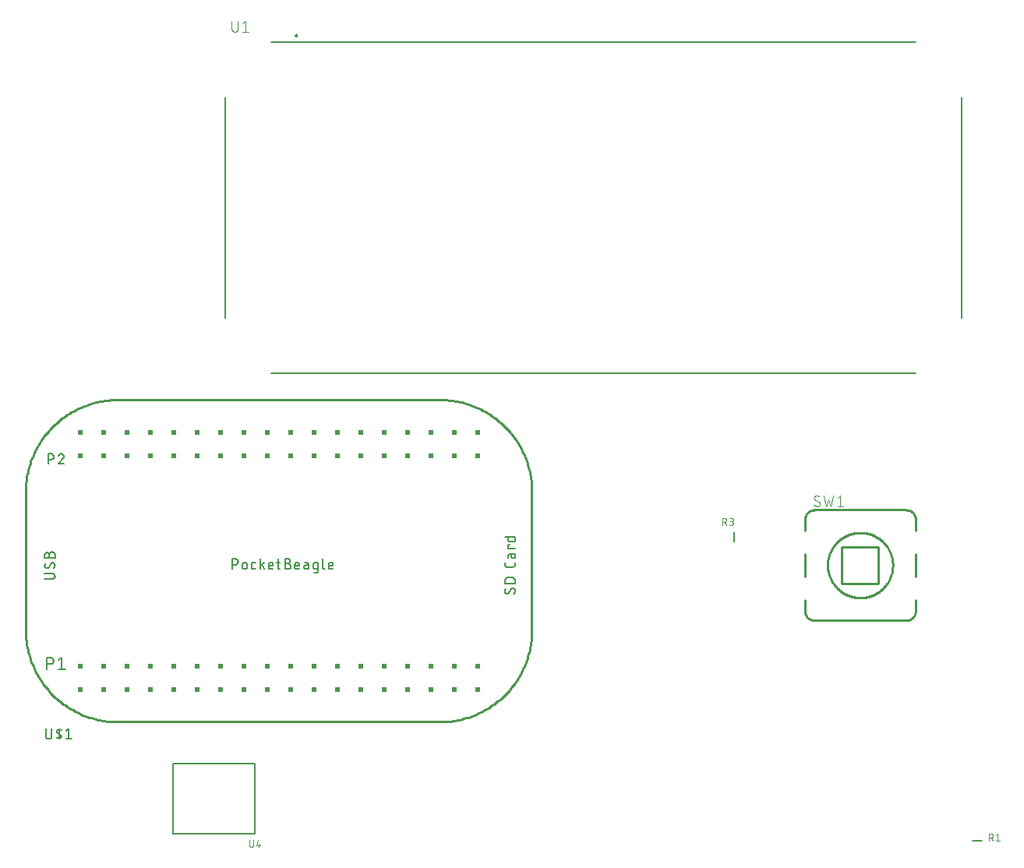
<source format=gbr>
G04 EAGLE Gerber RS-274X export*
G75*
%MOMM*%
%FSLAX34Y34*%
%LPD*%
%INSilkscreen Top*%
%IPPOS*%
%AMOC8*
5,1,8,0,0,1.08239X$1,22.5*%
G01*
%ADD10C,0.127000*%
%ADD11C,0.076200*%
%ADD12C,0.254000*%
%ADD13C,0.101600*%
%ADD14R,0.508000X0.508000*%
%ADD15C,0.152400*%
%ADD16C,0.177800*%
%ADD17C,0.200000*%


D10*
X1097280Y104140D02*
X1087120Y104140D01*
D11*
X1105281Y104521D02*
X1105281Y111887D01*
X1107327Y111887D01*
X1107416Y111885D01*
X1107505Y111879D01*
X1107594Y111869D01*
X1107682Y111856D01*
X1107770Y111839D01*
X1107857Y111817D01*
X1107942Y111792D01*
X1108027Y111764D01*
X1108110Y111731D01*
X1108192Y111695D01*
X1108272Y111656D01*
X1108350Y111613D01*
X1108426Y111567D01*
X1108501Y111517D01*
X1108573Y111464D01*
X1108642Y111408D01*
X1108709Y111349D01*
X1108774Y111288D01*
X1108835Y111223D01*
X1108894Y111156D01*
X1108950Y111087D01*
X1109003Y111015D01*
X1109053Y110940D01*
X1109099Y110864D01*
X1109142Y110786D01*
X1109181Y110706D01*
X1109217Y110624D01*
X1109250Y110541D01*
X1109278Y110456D01*
X1109303Y110371D01*
X1109325Y110284D01*
X1109342Y110196D01*
X1109355Y110108D01*
X1109365Y110019D01*
X1109371Y109930D01*
X1109373Y109841D01*
X1109371Y109752D01*
X1109365Y109663D01*
X1109355Y109574D01*
X1109342Y109486D01*
X1109325Y109398D01*
X1109303Y109311D01*
X1109278Y109226D01*
X1109250Y109141D01*
X1109217Y109058D01*
X1109181Y108976D01*
X1109142Y108896D01*
X1109099Y108818D01*
X1109053Y108742D01*
X1109003Y108667D01*
X1108950Y108595D01*
X1108894Y108526D01*
X1108835Y108459D01*
X1108774Y108394D01*
X1108709Y108333D01*
X1108642Y108274D01*
X1108573Y108218D01*
X1108501Y108165D01*
X1108426Y108115D01*
X1108350Y108069D01*
X1108272Y108026D01*
X1108192Y107987D01*
X1108110Y107951D01*
X1108027Y107918D01*
X1107942Y107890D01*
X1107857Y107865D01*
X1107770Y107843D01*
X1107682Y107826D01*
X1107594Y107813D01*
X1107505Y107803D01*
X1107416Y107797D01*
X1107327Y107795D01*
X1105281Y107795D01*
X1107736Y107795D02*
X1109373Y104521D01*
X1112545Y110250D02*
X1114591Y111887D01*
X1114591Y104521D01*
X1112545Y104521D02*
X1116637Y104521D01*
D10*
X828040Y429260D02*
X828040Y439420D01*
D11*
X815721Y447421D02*
X815721Y454787D01*
X817767Y454787D01*
X817856Y454785D01*
X817945Y454779D01*
X818034Y454769D01*
X818122Y454756D01*
X818210Y454739D01*
X818297Y454717D01*
X818382Y454692D01*
X818467Y454664D01*
X818550Y454631D01*
X818632Y454595D01*
X818712Y454556D01*
X818790Y454513D01*
X818866Y454467D01*
X818941Y454417D01*
X819013Y454364D01*
X819082Y454308D01*
X819149Y454249D01*
X819214Y454188D01*
X819275Y454123D01*
X819334Y454056D01*
X819390Y453987D01*
X819443Y453915D01*
X819493Y453840D01*
X819539Y453764D01*
X819582Y453686D01*
X819621Y453606D01*
X819657Y453524D01*
X819690Y453441D01*
X819718Y453356D01*
X819743Y453271D01*
X819765Y453184D01*
X819782Y453096D01*
X819795Y453008D01*
X819805Y452919D01*
X819811Y452830D01*
X819813Y452741D01*
X819811Y452652D01*
X819805Y452563D01*
X819795Y452474D01*
X819782Y452386D01*
X819765Y452298D01*
X819743Y452211D01*
X819718Y452126D01*
X819690Y452041D01*
X819657Y451958D01*
X819621Y451876D01*
X819582Y451796D01*
X819539Y451718D01*
X819493Y451642D01*
X819443Y451567D01*
X819390Y451495D01*
X819334Y451426D01*
X819275Y451359D01*
X819214Y451294D01*
X819149Y451233D01*
X819082Y451174D01*
X819013Y451118D01*
X818941Y451065D01*
X818866Y451015D01*
X818790Y450969D01*
X818712Y450926D01*
X818632Y450887D01*
X818550Y450851D01*
X818467Y450818D01*
X818382Y450790D01*
X818297Y450765D01*
X818210Y450743D01*
X818122Y450726D01*
X818034Y450713D01*
X817945Y450703D01*
X817856Y450697D01*
X817767Y450695D01*
X815721Y450695D01*
X818176Y450695D02*
X819813Y447421D01*
X822985Y447421D02*
X825031Y447421D01*
X825120Y447423D01*
X825209Y447429D01*
X825298Y447439D01*
X825386Y447452D01*
X825474Y447469D01*
X825561Y447491D01*
X825646Y447516D01*
X825731Y447544D01*
X825814Y447577D01*
X825896Y447613D01*
X825976Y447652D01*
X826054Y447695D01*
X826130Y447741D01*
X826205Y447791D01*
X826277Y447844D01*
X826346Y447900D01*
X826413Y447959D01*
X826478Y448020D01*
X826539Y448085D01*
X826598Y448152D01*
X826654Y448221D01*
X826707Y448293D01*
X826757Y448368D01*
X826803Y448444D01*
X826846Y448522D01*
X826885Y448602D01*
X826921Y448684D01*
X826954Y448767D01*
X826982Y448852D01*
X827007Y448937D01*
X827029Y449024D01*
X827046Y449112D01*
X827059Y449200D01*
X827069Y449289D01*
X827075Y449378D01*
X827077Y449467D01*
X827075Y449556D01*
X827069Y449645D01*
X827059Y449734D01*
X827046Y449822D01*
X827029Y449910D01*
X827007Y449997D01*
X826982Y450082D01*
X826954Y450167D01*
X826921Y450250D01*
X826885Y450332D01*
X826846Y450412D01*
X826803Y450490D01*
X826757Y450566D01*
X826707Y450641D01*
X826654Y450713D01*
X826598Y450782D01*
X826539Y450849D01*
X826478Y450914D01*
X826413Y450975D01*
X826346Y451034D01*
X826277Y451090D01*
X826205Y451143D01*
X826130Y451193D01*
X826054Y451239D01*
X825976Y451282D01*
X825896Y451321D01*
X825814Y451357D01*
X825731Y451390D01*
X825646Y451418D01*
X825561Y451443D01*
X825474Y451465D01*
X825386Y451482D01*
X825298Y451495D01*
X825209Y451505D01*
X825120Y451511D01*
X825031Y451513D01*
X825440Y454787D02*
X822985Y454787D01*
X825440Y454787D02*
X825519Y454785D01*
X825598Y454779D01*
X825677Y454770D01*
X825755Y454757D01*
X825832Y454739D01*
X825908Y454719D01*
X825983Y454694D01*
X826057Y454666D01*
X826130Y454635D01*
X826201Y454599D01*
X826270Y454561D01*
X826337Y454519D01*
X826402Y454474D01*
X826465Y454426D01*
X826526Y454375D01*
X826583Y454321D01*
X826639Y454265D01*
X826691Y454206D01*
X826741Y454144D01*
X826787Y454080D01*
X826831Y454014D01*
X826871Y453946D01*
X826907Y453876D01*
X826941Y453804D01*
X826971Y453730D01*
X826997Y453656D01*
X827020Y453580D01*
X827038Y453503D01*
X827054Y453426D01*
X827065Y453347D01*
X827073Y453269D01*
X827077Y453190D01*
X827077Y453110D01*
X827073Y453031D01*
X827065Y452953D01*
X827054Y452874D01*
X827038Y452797D01*
X827020Y452720D01*
X826997Y452644D01*
X826971Y452570D01*
X826941Y452496D01*
X826907Y452424D01*
X826871Y452354D01*
X826831Y452286D01*
X826787Y452220D01*
X826741Y452156D01*
X826691Y452094D01*
X826639Y452035D01*
X826583Y451979D01*
X826526Y451925D01*
X826465Y451874D01*
X826402Y451826D01*
X826337Y451781D01*
X826270Y451739D01*
X826201Y451701D01*
X826130Y451665D01*
X826057Y451634D01*
X825983Y451606D01*
X825908Y451581D01*
X825832Y451561D01*
X825755Y451543D01*
X825677Y451530D01*
X825598Y451521D01*
X825519Y451515D01*
X825440Y451513D01*
X823803Y451513D01*
D12*
X1015200Y343860D02*
X1015442Y343863D01*
X1015683Y343872D01*
X1015924Y343886D01*
X1016165Y343907D01*
X1016405Y343933D01*
X1016645Y343965D01*
X1016884Y344003D01*
X1017121Y344046D01*
X1017358Y344096D01*
X1017593Y344151D01*
X1017827Y344211D01*
X1018059Y344278D01*
X1018290Y344349D01*
X1018519Y344427D01*
X1018746Y344510D01*
X1018971Y344598D01*
X1019194Y344692D01*
X1019414Y344791D01*
X1019632Y344896D01*
X1019847Y345005D01*
X1020060Y345120D01*
X1020270Y345240D01*
X1020476Y345365D01*
X1020680Y345495D01*
X1020881Y345630D01*
X1021078Y345770D01*
X1021272Y345914D01*
X1021462Y346063D01*
X1021648Y346217D01*
X1021831Y346375D01*
X1022010Y346537D01*
X1022185Y346704D01*
X1022356Y346875D01*
X1022523Y347050D01*
X1022685Y347229D01*
X1022843Y347412D01*
X1022997Y347598D01*
X1023146Y347788D01*
X1023290Y347982D01*
X1023430Y348179D01*
X1023565Y348380D01*
X1023695Y348584D01*
X1023820Y348790D01*
X1023940Y349000D01*
X1024055Y349213D01*
X1024164Y349428D01*
X1024269Y349646D01*
X1024368Y349866D01*
X1024462Y350089D01*
X1024550Y350314D01*
X1024633Y350541D01*
X1024711Y350770D01*
X1024782Y351001D01*
X1024849Y351233D01*
X1024909Y351467D01*
X1024964Y351702D01*
X1025014Y351939D01*
X1025057Y352176D01*
X1025095Y352415D01*
X1025127Y352655D01*
X1025153Y352895D01*
X1025174Y353136D01*
X1025188Y353377D01*
X1025197Y353618D01*
X1025200Y353860D01*
X1015200Y343860D02*
X915200Y343860D01*
X914958Y343863D01*
X914717Y343872D01*
X914476Y343886D01*
X914235Y343907D01*
X913995Y343933D01*
X913755Y343965D01*
X913516Y344003D01*
X913279Y344046D01*
X913042Y344096D01*
X912807Y344151D01*
X912573Y344211D01*
X912341Y344278D01*
X912110Y344349D01*
X911881Y344427D01*
X911654Y344510D01*
X911429Y344598D01*
X911206Y344692D01*
X910986Y344791D01*
X910768Y344896D01*
X910553Y345005D01*
X910340Y345120D01*
X910130Y345240D01*
X909924Y345365D01*
X909720Y345495D01*
X909519Y345630D01*
X909322Y345770D01*
X909128Y345914D01*
X908938Y346063D01*
X908752Y346217D01*
X908569Y346375D01*
X908390Y346537D01*
X908215Y346704D01*
X908044Y346875D01*
X907877Y347050D01*
X907715Y347229D01*
X907557Y347412D01*
X907403Y347598D01*
X907254Y347788D01*
X907110Y347982D01*
X906970Y348179D01*
X906835Y348380D01*
X906705Y348584D01*
X906580Y348790D01*
X906460Y349000D01*
X906345Y349213D01*
X906236Y349428D01*
X906131Y349646D01*
X906032Y349866D01*
X905938Y350089D01*
X905850Y350314D01*
X905767Y350541D01*
X905689Y350770D01*
X905618Y351001D01*
X905551Y351233D01*
X905491Y351467D01*
X905436Y351702D01*
X905386Y351939D01*
X905343Y352176D01*
X905305Y352415D01*
X905273Y352655D01*
X905247Y352895D01*
X905226Y353136D01*
X905212Y353377D01*
X905203Y353618D01*
X905200Y353860D01*
X905200Y453860D02*
X905203Y454102D01*
X905212Y454343D01*
X905226Y454584D01*
X905247Y454825D01*
X905273Y455065D01*
X905305Y455305D01*
X905343Y455544D01*
X905386Y455781D01*
X905436Y456018D01*
X905491Y456253D01*
X905551Y456487D01*
X905618Y456719D01*
X905689Y456950D01*
X905767Y457179D01*
X905850Y457406D01*
X905938Y457631D01*
X906032Y457854D01*
X906131Y458074D01*
X906236Y458292D01*
X906345Y458507D01*
X906460Y458720D01*
X906580Y458930D01*
X906705Y459136D01*
X906835Y459340D01*
X906970Y459541D01*
X907110Y459738D01*
X907254Y459932D01*
X907403Y460122D01*
X907557Y460308D01*
X907715Y460491D01*
X907877Y460670D01*
X908044Y460845D01*
X908215Y461016D01*
X908390Y461183D01*
X908569Y461345D01*
X908752Y461503D01*
X908938Y461657D01*
X909128Y461806D01*
X909322Y461950D01*
X909519Y462090D01*
X909720Y462225D01*
X909924Y462355D01*
X910130Y462480D01*
X910340Y462600D01*
X910553Y462715D01*
X910768Y462824D01*
X910986Y462929D01*
X911206Y463028D01*
X911429Y463122D01*
X911654Y463210D01*
X911881Y463293D01*
X912110Y463371D01*
X912341Y463442D01*
X912573Y463509D01*
X912807Y463569D01*
X913042Y463624D01*
X913279Y463674D01*
X913516Y463717D01*
X913755Y463755D01*
X913995Y463787D01*
X914235Y463813D01*
X914476Y463834D01*
X914717Y463848D01*
X914958Y463857D01*
X915200Y463860D01*
X1015200Y463860D01*
X1015442Y463857D01*
X1015683Y463848D01*
X1015924Y463834D01*
X1016165Y463813D01*
X1016405Y463787D01*
X1016645Y463755D01*
X1016884Y463717D01*
X1017121Y463674D01*
X1017358Y463624D01*
X1017593Y463569D01*
X1017827Y463509D01*
X1018059Y463442D01*
X1018290Y463371D01*
X1018519Y463293D01*
X1018746Y463210D01*
X1018971Y463122D01*
X1019194Y463028D01*
X1019414Y462929D01*
X1019632Y462824D01*
X1019847Y462715D01*
X1020060Y462600D01*
X1020270Y462480D01*
X1020476Y462355D01*
X1020680Y462225D01*
X1020881Y462090D01*
X1021078Y461950D01*
X1021272Y461806D01*
X1021462Y461657D01*
X1021648Y461503D01*
X1021831Y461345D01*
X1022010Y461183D01*
X1022185Y461016D01*
X1022356Y460845D01*
X1022523Y460670D01*
X1022685Y460491D01*
X1022843Y460308D01*
X1022997Y460122D01*
X1023146Y459932D01*
X1023290Y459738D01*
X1023430Y459541D01*
X1023565Y459340D01*
X1023695Y459136D01*
X1023820Y458930D01*
X1023940Y458720D01*
X1024055Y458507D01*
X1024164Y458292D01*
X1024269Y458074D01*
X1024368Y457854D01*
X1024462Y457631D01*
X1024550Y457406D01*
X1024633Y457179D01*
X1024711Y456950D01*
X1024782Y456719D01*
X1024849Y456487D01*
X1024909Y456253D01*
X1024964Y456018D01*
X1025014Y455781D01*
X1025057Y455544D01*
X1025095Y455305D01*
X1025127Y455065D01*
X1025153Y454825D01*
X1025174Y454584D01*
X1025188Y454343D01*
X1025197Y454102D01*
X1025200Y453860D01*
X929845Y403860D02*
X929856Y404728D01*
X929888Y405595D01*
X929941Y406461D01*
X930015Y407325D01*
X930111Y408188D01*
X930228Y409048D01*
X930366Y409904D01*
X930524Y410757D01*
X930704Y411606D01*
X930905Y412451D01*
X931126Y413290D01*
X931367Y414123D01*
X931629Y414950D01*
X931912Y415771D01*
X932214Y416584D01*
X932536Y417390D01*
X932878Y418187D01*
X933239Y418976D01*
X933620Y419756D01*
X934020Y420526D01*
X934438Y421286D01*
X934875Y422036D01*
X935330Y422775D01*
X935803Y423502D01*
X936294Y424218D01*
X936803Y424921D01*
X937328Y425612D01*
X937870Y426289D01*
X938429Y426953D01*
X939004Y427603D01*
X939594Y428239D01*
X940200Y428860D01*
X940821Y429466D01*
X941457Y430056D01*
X942107Y430631D01*
X942771Y431190D01*
X943448Y431732D01*
X944139Y432257D01*
X944842Y432766D01*
X945558Y433257D01*
X946285Y433730D01*
X947024Y434185D01*
X947774Y434622D01*
X948534Y435040D01*
X949304Y435440D01*
X950084Y435821D01*
X950873Y436182D01*
X951670Y436524D01*
X952476Y436846D01*
X953289Y437148D01*
X954110Y437431D01*
X954937Y437693D01*
X955770Y437934D01*
X956609Y438155D01*
X957454Y438356D01*
X958303Y438536D01*
X959156Y438694D01*
X960012Y438832D01*
X960872Y438949D01*
X961735Y439045D01*
X962599Y439119D01*
X963465Y439172D01*
X964332Y439204D01*
X965200Y439215D01*
X966068Y439204D01*
X966935Y439172D01*
X967801Y439119D01*
X968665Y439045D01*
X969528Y438949D01*
X970388Y438832D01*
X971244Y438694D01*
X972097Y438536D01*
X972946Y438356D01*
X973791Y438155D01*
X974630Y437934D01*
X975463Y437693D01*
X976290Y437431D01*
X977111Y437148D01*
X977924Y436846D01*
X978730Y436524D01*
X979527Y436182D01*
X980316Y435821D01*
X981096Y435440D01*
X981866Y435040D01*
X982626Y434622D01*
X983376Y434185D01*
X984115Y433730D01*
X984842Y433257D01*
X985558Y432766D01*
X986261Y432257D01*
X986952Y431732D01*
X987629Y431190D01*
X988293Y430631D01*
X988943Y430056D01*
X989579Y429466D01*
X990200Y428860D01*
X990806Y428239D01*
X991396Y427603D01*
X991971Y426953D01*
X992530Y426289D01*
X993072Y425612D01*
X993597Y424921D01*
X994106Y424218D01*
X994597Y423502D01*
X995070Y422775D01*
X995525Y422036D01*
X995962Y421286D01*
X996380Y420526D01*
X996780Y419756D01*
X997161Y418976D01*
X997522Y418187D01*
X997864Y417390D01*
X998186Y416584D01*
X998488Y415771D01*
X998771Y414950D01*
X999033Y414123D01*
X999274Y413290D01*
X999495Y412451D01*
X999696Y411606D01*
X999876Y410757D01*
X1000034Y409904D01*
X1000172Y409048D01*
X1000289Y408188D01*
X1000385Y407325D01*
X1000459Y406461D01*
X1000512Y405595D01*
X1000544Y404728D01*
X1000555Y403860D01*
X1000544Y402992D01*
X1000512Y402125D01*
X1000459Y401259D01*
X1000385Y400395D01*
X1000289Y399532D01*
X1000172Y398672D01*
X1000034Y397816D01*
X999876Y396963D01*
X999696Y396114D01*
X999495Y395269D01*
X999274Y394430D01*
X999033Y393597D01*
X998771Y392770D01*
X998488Y391949D01*
X998186Y391136D01*
X997864Y390330D01*
X997522Y389533D01*
X997161Y388744D01*
X996780Y387964D01*
X996380Y387194D01*
X995962Y386434D01*
X995525Y385684D01*
X995070Y384945D01*
X994597Y384218D01*
X994106Y383502D01*
X993597Y382799D01*
X993072Y382108D01*
X992530Y381431D01*
X991971Y380767D01*
X991396Y380117D01*
X990806Y379481D01*
X990200Y378860D01*
X989579Y378254D01*
X988943Y377664D01*
X988293Y377089D01*
X987629Y376530D01*
X986952Y375988D01*
X986261Y375463D01*
X985558Y374954D01*
X984842Y374463D01*
X984115Y373990D01*
X983376Y373535D01*
X982626Y373098D01*
X981866Y372680D01*
X981096Y372280D01*
X980316Y371899D01*
X979527Y371538D01*
X978730Y371196D01*
X977924Y370874D01*
X977111Y370572D01*
X976290Y370289D01*
X975463Y370027D01*
X974630Y369786D01*
X973791Y369565D01*
X972946Y369364D01*
X972097Y369184D01*
X971244Y369026D01*
X970388Y368888D01*
X969528Y368771D01*
X968665Y368675D01*
X967801Y368601D01*
X966935Y368548D01*
X966068Y368516D01*
X965200Y368505D01*
X964332Y368516D01*
X963465Y368548D01*
X962599Y368601D01*
X961735Y368675D01*
X960872Y368771D01*
X960012Y368888D01*
X959156Y369026D01*
X958303Y369184D01*
X957454Y369364D01*
X956609Y369565D01*
X955770Y369786D01*
X954937Y370027D01*
X954110Y370289D01*
X953289Y370572D01*
X952476Y370874D01*
X951670Y371196D01*
X950873Y371538D01*
X950084Y371899D01*
X949304Y372280D01*
X948534Y372680D01*
X947774Y373098D01*
X947024Y373535D01*
X946285Y373990D01*
X945558Y374463D01*
X944842Y374954D01*
X944139Y375463D01*
X943448Y375988D01*
X942771Y376530D01*
X942107Y377089D01*
X941457Y377664D01*
X940821Y378254D01*
X940200Y378860D01*
X939594Y379481D01*
X939004Y380117D01*
X938429Y380767D01*
X937870Y381431D01*
X937328Y382108D01*
X936803Y382799D01*
X936294Y383502D01*
X935803Y384218D01*
X935330Y384945D01*
X934875Y385684D01*
X934438Y386434D01*
X934020Y387194D01*
X933620Y387964D01*
X933239Y388744D01*
X932878Y389533D01*
X932536Y390330D01*
X932214Y391136D01*
X931912Y391949D01*
X931629Y392770D01*
X931367Y393597D01*
X931126Y394430D01*
X930905Y395269D01*
X930704Y396114D01*
X930524Y396963D01*
X930366Y397816D01*
X930228Y398672D01*
X930111Y399532D01*
X930015Y400395D01*
X929941Y401259D01*
X929888Y402125D01*
X929856Y402992D01*
X929845Y403860D01*
X945200Y423860D02*
X985200Y423860D01*
X985200Y383860D01*
X945200Y383860D01*
X945200Y423860D01*
X905200Y441360D02*
X905200Y453860D01*
X905200Y416360D02*
X905200Y391360D01*
X905200Y366360D02*
X905200Y353860D01*
X1025200Y441360D02*
X1025200Y453860D01*
X1025200Y416360D02*
X1025200Y391360D01*
X1025200Y366360D02*
X1025200Y353860D01*
D13*
X918803Y467868D02*
X918902Y467870D01*
X919002Y467876D01*
X919101Y467885D01*
X919199Y467898D01*
X919297Y467915D01*
X919395Y467936D01*
X919491Y467961D01*
X919586Y467989D01*
X919680Y468021D01*
X919773Y468056D01*
X919865Y468095D01*
X919955Y468138D01*
X920043Y468183D01*
X920130Y468233D01*
X920214Y468285D01*
X920297Y468341D01*
X920377Y468399D01*
X920455Y468461D01*
X920530Y468526D01*
X920603Y468594D01*
X920673Y468664D01*
X920741Y468737D01*
X920806Y468812D01*
X920868Y468890D01*
X920926Y468970D01*
X920982Y469053D01*
X921034Y469137D01*
X921084Y469224D01*
X921129Y469312D01*
X921172Y469402D01*
X921211Y469494D01*
X921246Y469587D01*
X921278Y469681D01*
X921306Y469776D01*
X921331Y469872D01*
X921352Y469970D01*
X921369Y470068D01*
X921382Y470166D01*
X921391Y470265D01*
X921397Y470365D01*
X921399Y470464D01*
X918803Y467868D02*
X918659Y467870D01*
X918514Y467876D01*
X918370Y467885D01*
X918227Y467898D01*
X918083Y467915D01*
X917940Y467936D01*
X917798Y467961D01*
X917657Y467989D01*
X917516Y468021D01*
X917376Y468057D01*
X917237Y468096D01*
X917099Y468139D01*
X916963Y468186D01*
X916827Y468236D01*
X916693Y468290D01*
X916561Y468347D01*
X916430Y468408D01*
X916301Y468472D01*
X916173Y468540D01*
X916047Y468610D01*
X915923Y468685D01*
X915802Y468762D01*
X915682Y468843D01*
X915564Y468926D01*
X915449Y469013D01*
X915336Y469103D01*
X915225Y469196D01*
X915117Y469291D01*
X915011Y469390D01*
X914908Y469491D01*
X915233Y476956D02*
X915235Y477055D01*
X915241Y477155D01*
X915250Y477254D01*
X915263Y477352D01*
X915280Y477450D01*
X915301Y477548D01*
X915326Y477644D01*
X915354Y477739D01*
X915386Y477833D01*
X915421Y477926D01*
X915460Y478018D01*
X915503Y478108D01*
X915548Y478196D01*
X915598Y478283D01*
X915650Y478367D01*
X915706Y478450D01*
X915764Y478530D01*
X915826Y478608D01*
X915891Y478683D01*
X915959Y478756D01*
X916029Y478826D01*
X916102Y478894D01*
X916177Y478959D01*
X916255Y479021D01*
X916335Y479079D01*
X916418Y479135D01*
X916502Y479187D01*
X916589Y479237D01*
X916677Y479282D01*
X916767Y479325D01*
X916859Y479364D01*
X916952Y479399D01*
X917046Y479431D01*
X917141Y479459D01*
X917238Y479484D01*
X917335Y479505D01*
X917433Y479522D01*
X917531Y479535D01*
X917630Y479544D01*
X917730Y479550D01*
X917829Y479552D01*
X917965Y479550D01*
X918101Y479544D01*
X918237Y479535D01*
X918373Y479522D01*
X918508Y479504D01*
X918642Y479484D01*
X918776Y479459D01*
X918910Y479431D01*
X919042Y479398D01*
X919173Y479363D01*
X919304Y479323D01*
X919433Y479280D01*
X919561Y479234D01*
X919687Y479183D01*
X919813Y479130D01*
X919936Y479072D01*
X920058Y479012D01*
X920178Y478948D01*
X920297Y478880D01*
X920413Y478810D01*
X920527Y478736D01*
X920640Y478659D01*
X920750Y478578D01*
X916531Y474684D02*
X916445Y474737D01*
X916361Y474794D01*
X916279Y474853D01*
X916199Y474916D01*
X916122Y474982D01*
X916047Y475050D01*
X915975Y475122D01*
X915906Y475196D01*
X915840Y475273D01*
X915777Y475352D01*
X915717Y475434D01*
X915660Y475518D01*
X915606Y475604D01*
X915556Y475692D01*
X915509Y475782D01*
X915465Y475873D01*
X915426Y475967D01*
X915389Y476061D01*
X915357Y476157D01*
X915328Y476255D01*
X915303Y476353D01*
X915282Y476452D01*
X915264Y476552D01*
X915251Y476652D01*
X915241Y476753D01*
X915235Y476855D01*
X915233Y476956D01*
X920101Y472736D02*
X920187Y472683D01*
X920271Y472626D01*
X920353Y472567D01*
X920433Y472504D01*
X920510Y472438D01*
X920585Y472370D01*
X920657Y472298D01*
X920726Y472224D01*
X920792Y472147D01*
X920855Y472068D01*
X920915Y471986D01*
X920972Y471902D01*
X921026Y471816D01*
X921076Y471728D01*
X921123Y471638D01*
X921167Y471547D01*
X921206Y471453D01*
X921243Y471359D01*
X921275Y471263D01*
X921304Y471165D01*
X921329Y471067D01*
X921350Y470968D01*
X921368Y470868D01*
X921381Y470768D01*
X921391Y470667D01*
X921397Y470565D01*
X921399Y470464D01*
X920101Y472736D02*
X916531Y474684D01*
X925534Y479552D02*
X928130Y467868D01*
X930727Y475657D01*
X933323Y467868D01*
X935919Y479552D01*
X940435Y476956D02*
X943681Y479552D01*
X943681Y467868D01*
X946926Y467868D02*
X940435Y467868D01*
D14*
X117520Y268980D03*
X117520Y294380D03*
X142920Y294380D03*
X142920Y268980D03*
X168320Y294380D03*
X168320Y268980D03*
X193720Y294380D03*
X219120Y294380D03*
X244520Y294380D03*
X193720Y268980D03*
X219120Y268980D03*
X244520Y268980D03*
X269920Y294380D03*
X269920Y268980D03*
X295320Y294380D03*
X295320Y268980D03*
X320720Y294380D03*
X320720Y268980D03*
X346120Y294380D03*
X346120Y268980D03*
X371520Y294380D03*
X371520Y268980D03*
X396920Y294380D03*
X396920Y268980D03*
X422320Y294380D03*
X422320Y268980D03*
X447720Y294380D03*
X447720Y268980D03*
X473120Y294380D03*
X473120Y268980D03*
X498520Y294380D03*
X498520Y268980D03*
X523920Y294380D03*
X523920Y268980D03*
X549320Y294380D03*
X549320Y268980D03*
X117520Y522980D03*
X117520Y548380D03*
X142920Y548380D03*
X142920Y522980D03*
X168320Y548380D03*
X168320Y522980D03*
X193720Y548380D03*
X219120Y548380D03*
X244520Y548380D03*
X193720Y522980D03*
X219120Y522980D03*
X244520Y522980D03*
X269920Y548380D03*
X269920Y522980D03*
X295320Y548380D03*
X295320Y522980D03*
X320720Y548380D03*
X320720Y522980D03*
X346120Y548380D03*
X346120Y522980D03*
X371520Y548380D03*
X371520Y522980D03*
X396920Y548380D03*
X396920Y522980D03*
X422320Y548380D03*
X422320Y522980D03*
X447720Y548380D03*
X447720Y522980D03*
X473120Y548380D03*
X473120Y522980D03*
X498520Y548380D03*
X498520Y522980D03*
X523920Y548380D03*
X523920Y522980D03*
X549320Y548380D03*
X549320Y522980D03*
D12*
X508420Y583680D02*
X158420Y583680D01*
X156004Y583651D01*
X153589Y583563D01*
X151177Y583417D01*
X148769Y583213D01*
X146366Y582951D01*
X143971Y582631D01*
X141584Y582253D01*
X139207Y581817D01*
X136842Y581324D01*
X134488Y580774D01*
X132149Y580168D01*
X129825Y579505D01*
X127518Y578786D01*
X125229Y578011D01*
X122960Y577182D01*
X120711Y576297D01*
X118484Y575359D01*
X116280Y574367D01*
X114101Y573323D01*
X111948Y572226D01*
X109822Y571077D01*
X107724Y569877D01*
X105656Y568627D01*
X103619Y567327D01*
X101614Y565978D01*
X99641Y564582D01*
X97704Y563138D01*
X95801Y561647D01*
X93936Y560112D01*
X92108Y558531D01*
X90318Y556907D01*
X88569Y555240D01*
X86860Y553531D01*
X85193Y551782D01*
X83569Y549992D01*
X81988Y548164D01*
X80453Y546299D01*
X78962Y544396D01*
X77518Y542459D01*
X76122Y540486D01*
X74773Y538481D01*
X73473Y536444D01*
X72223Y534376D01*
X71023Y532278D01*
X69874Y530152D01*
X68777Y527999D01*
X67733Y525820D01*
X66741Y523616D01*
X65803Y521389D01*
X64918Y519140D01*
X64089Y516871D01*
X63314Y514582D01*
X62595Y512275D01*
X61932Y509951D01*
X61326Y507612D01*
X60776Y505258D01*
X60283Y502893D01*
X59847Y500516D01*
X59469Y498129D01*
X59149Y495734D01*
X58887Y493331D01*
X58683Y490923D01*
X58537Y488511D01*
X58449Y486096D01*
X58420Y483680D01*
X58420Y333680D01*
X58449Y331264D01*
X58537Y328849D01*
X58683Y326437D01*
X58887Y324029D01*
X59149Y321626D01*
X59469Y319231D01*
X59847Y316844D01*
X60283Y314467D01*
X60776Y312102D01*
X61326Y309748D01*
X61932Y307409D01*
X62595Y305085D01*
X63314Y302778D01*
X64089Y300489D01*
X64918Y298220D01*
X65803Y295971D01*
X66741Y293744D01*
X67733Y291540D01*
X68777Y289361D01*
X69874Y287208D01*
X71023Y285082D01*
X72223Y282984D01*
X73473Y280916D01*
X74773Y278879D01*
X76122Y276874D01*
X77518Y274901D01*
X78962Y272964D01*
X80453Y271061D01*
X81988Y269196D01*
X83569Y267368D01*
X85193Y265578D01*
X86860Y263829D01*
X88569Y262120D01*
X90318Y260453D01*
X92108Y258829D01*
X93936Y257248D01*
X95801Y255713D01*
X97704Y254222D01*
X99641Y252778D01*
X101614Y251382D01*
X103619Y250033D01*
X105656Y248733D01*
X107724Y247483D01*
X109822Y246283D01*
X111948Y245134D01*
X114101Y244037D01*
X116280Y242993D01*
X118484Y242001D01*
X120711Y241063D01*
X122960Y240178D01*
X125229Y239349D01*
X127518Y238574D01*
X129825Y237855D01*
X132149Y237192D01*
X134488Y236586D01*
X136842Y236036D01*
X139207Y235543D01*
X141584Y235107D01*
X143971Y234729D01*
X146366Y234409D01*
X148769Y234147D01*
X151177Y233943D01*
X153589Y233797D01*
X156004Y233709D01*
X158420Y233680D01*
X508420Y233680D01*
X510836Y233709D01*
X513251Y233797D01*
X515663Y233943D01*
X518071Y234147D01*
X520474Y234409D01*
X522869Y234729D01*
X525256Y235107D01*
X527633Y235543D01*
X529998Y236036D01*
X532352Y236586D01*
X534691Y237192D01*
X537015Y237855D01*
X539322Y238574D01*
X541611Y239349D01*
X543880Y240178D01*
X546129Y241063D01*
X548356Y242001D01*
X550560Y242993D01*
X552739Y244037D01*
X554892Y245134D01*
X557018Y246283D01*
X559116Y247483D01*
X561184Y248733D01*
X563221Y250033D01*
X565226Y251382D01*
X567199Y252778D01*
X569136Y254222D01*
X571039Y255713D01*
X572904Y257248D01*
X574732Y258829D01*
X576522Y260453D01*
X578271Y262120D01*
X579980Y263829D01*
X581647Y265578D01*
X583271Y267368D01*
X584852Y269196D01*
X586387Y271061D01*
X587878Y272964D01*
X589322Y274901D01*
X590718Y276874D01*
X592067Y278879D01*
X593367Y280916D01*
X594617Y282984D01*
X595817Y285082D01*
X596966Y287208D01*
X598063Y289361D01*
X599107Y291540D01*
X600099Y293744D01*
X601037Y295971D01*
X601922Y298220D01*
X602751Y300489D01*
X603526Y302778D01*
X604245Y305085D01*
X604908Y307409D01*
X605514Y309748D01*
X606064Y312102D01*
X606557Y314467D01*
X606993Y316844D01*
X607371Y319231D01*
X607691Y321626D01*
X607953Y324029D01*
X608157Y326437D01*
X608303Y328849D01*
X608391Y331264D01*
X608420Y333680D01*
X608420Y483680D01*
X608391Y486096D01*
X608303Y488511D01*
X608157Y490923D01*
X607953Y493331D01*
X607691Y495734D01*
X607371Y498129D01*
X606993Y500516D01*
X606557Y502893D01*
X606064Y505258D01*
X605514Y507612D01*
X604908Y509951D01*
X604245Y512275D01*
X603526Y514582D01*
X602751Y516871D01*
X601922Y519140D01*
X601037Y521389D01*
X600099Y523616D01*
X599107Y525820D01*
X598063Y527999D01*
X596966Y530152D01*
X595817Y532278D01*
X594617Y534376D01*
X593367Y536444D01*
X592067Y538481D01*
X590718Y540486D01*
X589322Y542459D01*
X587878Y544396D01*
X586387Y546299D01*
X584852Y548164D01*
X583271Y549992D01*
X581647Y551782D01*
X579980Y553531D01*
X578271Y555240D01*
X576522Y556907D01*
X574732Y558531D01*
X572904Y560112D01*
X571039Y561647D01*
X569136Y563138D01*
X567199Y564582D01*
X565226Y565978D01*
X563221Y567327D01*
X561184Y568627D01*
X559116Y569877D01*
X557018Y571077D01*
X554892Y572226D01*
X552739Y573323D01*
X550560Y574367D01*
X548356Y575359D01*
X546129Y576297D01*
X543880Y577182D01*
X541611Y578011D01*
X539322Y578786D01*
X537015Y579505D01*
X534691Y580168D01*
X532352Y580774D01*
X529998Y581324D01*
X527633Y581817D01*
X525256Y582253D01*
X522869Y582631D01*
X520474Y582951D01*
X518071Y583213D01*
X515663Y583417D01*
X513251Y583563D01*
X510836Y583651D01*
X508420Y583680D01*
D15*
X283126Y410718D02*
X283126Y399542D01*
X283126Y410718D02*
X286230Y410718D01*
X286341Y410716D01*
X286451Y410710D01*
X286562Y410700D01*
X286672Y410686D01*
X286781Y410669D01*
X286890Y410647D01*
X286998Y410622D01*
X287104Y410592D01*
X287210Y410559D01*
X287315Y410522D01*
X287418Y410482D01*
X287519Y410437D01*
X287619Y410390D01*
X287718Y410338D01*
X287814Y410283D01*
X287908Y410225D01*
X288000Y410164D01*
X288090Y410099D01*
X288178Y410031D01*
X288263Y409960D01*
X288345Y409886D01*
X288425Y409809D01*
X288502Y409729D01*
X288576Y409647D01*
X288647Y409562D01*
X288715Y409474D01*
X288780Y409384D01*
X288841Y409292D01*
X288899Y409198D01*
X288954Y409102D01*
X289006Y409003D01*
X289053Y408903D01*
X289098Y408802D01*
X289138Y408699D01*
X289175Y408594D01*
X289208Y408488D01*
X289238Y408382D01*
X289263Y408274D01*
X289285Y408165D01*
X289302Y408056D01*
X289316Y407946D01*
X289326Y407835D01*
X289332Y407725D01*
X289334Y407614D01*
X289332Y407503D01*
X289326Y407393D01*
X289316Y407282D01*
X289302Y407172D01*
X289285Y407063D01*
X289263Y406954D01*
X289238Y406846D01*
X289208Y406740D01*
X289175Y406634D01*
X289138Y406529D01*
X289098Y406426D01*
X289053Y406325D01*
X289006Y406225D01*
X288954Y406126D01*
X288899Y406030D01*
X288841Y405936D01*
X288780Y405844D01*
X288715Y405754D01*
X288647Y405666D01*
X288576Y405581D01*
X288502Y405499D01*
X288425Y405419D01*
X288345Y405342D01*
X288263Y405268D01*
X288178Y405197D01*
X288090Y405129D01*
X288000Y405064D01*
X287908Y405003D01*
X287814Y404945D01*
X287718Y404890D01*
X287619Y404838D01*
X287519Y404791D01*
X287418Y404746D01*
X287315Y404706D01*
X287210Y404669D01*
X287104Y404636D01*
X286998Y404606D01*
X286890Y404581D01*
X286781Y404559D01*
X286672Y404542D01*
X286562Y404528D01*
X286451Y404518D01*
X286341Y404512D01*
X286230Y404510D01*
X286230Y404509D02*
X283126Y404509D01*
X293822Y404509D02*
X293822Y402026D01*
X293821Y404509D02*
X293823Y404608D01*
X293829Y404706D01*
X293839Y404805D01*
X293852Y404902D01*
X293870Y405000D01*
X293891Y405096D01*
X293917Y405192D01*
X293946Y405286D01*
X293978Y405379D01*
X294015Y405471D01*
X294055Y405561D01*
X294099Y405650D01*
X294146Y405737D01*
X294196Y405822D01*
X294250Y405904D01*
X294307Y405985D01*
X294367Y406063D01*
X294431Y406139D01*
X294497Y406212D01*
X294566Y406283D01*
X294638Y406351D01*
X294713Y406415D01*
X294790Y406477D01*
X294869Y406536D01*
X294951Y406591D01*
X295035Y406644D01*
X295120Y406692D01*
X295208Y406738D01*
X295298Y406780D01*
X295389Y406818D01*
X295481Y406852D01*
X295575Y406883D01*
X295670Y406910D01*
X295766Y406934D01*
X295863Y406953D01*
X295960Y406969D01*
X296058Y406981D01*
X296157Y406989D01*
X296256Y406993D01*
X296354Y406993D01*
X296453Y406989D01*
X296552Y406981D01*
X296650Y406969D01*
X296747Y406953D01*
X296844Y406934D01*
X296940Y406910D01*
X297035Y406883D01*
X297129Y406852D01*
X297221Y406818D01*
X297312Y406780D01*
X297402Y406738D01*
X297490Y406692D01*
X297575Y406644D01*
X297659Y406591D01*
X297741Y406536D01*
X297820Y406477D01*
X297897Y406415D01*
X297972Y406351D01*
X298044Y406283D01*
X298113Y406212D01*
X298179Y406139D01*
X298243Y406063D01*
X298303Y405985D01*
X298360Y405904D01*
X298414Y405822D01*
X298464Y405737D01*
X298511Y405650D01*
X298555Y405561D01*
X298595Y405471D01*
X298632Y405379D01*
X298664Y405286D01*
X298693Y405192D01*
X298719Y405096D01*
X298740Y405000D01*
X298758Y404902D01*
X298771Y404805D01*
X298781Y404706D01*
X298787Y404608D01*
X298789Y404509D01*
X298789Y402026D01*
X298787Y401927D01*
X298781Y401829D01*
X298771Y401730D01*
X298758Y401633D01*
X298740Y401535D01*
X298719Y401439D01*
X298693Y401343D01*
X298664Y401249D01*
X298632Y401156D01*
X298595Y401064D01*
X298555Y400974D01*
X298511Y400885D01*
X298464Y400798D01*
X298414Y400713D01*
X298360Y400631D01*
X298303Y400550D01*
X298243Y400472D01*
X298179Y400396D01*
X298113Y400323D01*
X298044Y400252D01*
X297972Y400184D01*
X297897Y400120D01*
X297820Y400058D01*
X297741Y399999D01*
X297659Y399944D01*
X297575Y399891D01*
X297490Y399843D01*
X297402Y399797D01*
X297312Y399755D01*
X297221Y399717D01*
X297129Y399683D01*
X297035Y399652D01*
X296940Y399625D01*
X296844Y399601D01*
X296747Y399582D01*
X296650Y399566D01*
X296552Y399554D01*
X296453Y399546D01*
X296354Y399542D01*
X296256Y399542D01*
X296157Y399546D01*
X296058Y399554D01*
X295960Y399566D01*
X295863Y399582D01*
X295766Y399601D01*
X295670Y399625D01*
X295575Y399652D01*
X295481Y399683D01*
X295389Y399717D01*
X295298Y399755D01*
X295208Y399797D01*
X295120Y399843D01*
X295035Y399891D01*
X294951Y399944D01*
X294869Y399999D01*
X294790Y400058D01*
X294713Y400120D01*
X294638Y400184D01*
X294566Y400252D01*
X294497Y400323D01*
X294431Y400396D01*
X294367Y400472D01*
X294307Y400550D01*
X294250Y400631D01*
X294196Y400713D01*
X294146Y400798D01*
X294099Y400885D01*
X294055Y400974D01*
X294015Y401064D01*
X293978Y401156D01*
X293946Y401249D01*
X293917Y401343D01*
X293891Y401439D01*
X293870Y401535D01*
X293852Y401633D01*
X293839Y401730D01*
X293829Y401829D01*
X293823Y401927D01*
X293821Y402026D01*
X305607Y399542D02*
X308091Y399542D01*
X305607Y399542D02*
X305523Y399544D01*
X305440Y399549D01*
X305357Y399559D01*
X305274Y399572D01*
X305192Y399589D01*
X305111Y399609D01*
X305031Y399633D01*
X304952Y399661D01*
X304875Y399692D01*
X304799Y399726D01*
X304724Y399764D01*
X304651Y399806D01*
X304581Y399850D01*
X304512Y399898D01*
X304445Y399948D01*
X304381Y400002D01*
X304320Y400058D01*
X304260Y400118D01*
X304204Y400179D01*
X304150Y400243D01*
X304100Y400310D01*
X304052Y400379D01*
X304008Y400449D01*
X303966Y400522D01*
X303928Y400597D01*
X303894Y400673D01*
X303863Y400750D01*
X303835Y400829D01*
X303811Y400909D01*
X303791Y400990D01*
X303774Y401072D01*
X303761Y401155D01*
X303751Y401238D01*
X303746Y401321D01*
X303744Y401405D01*
X303744Y405130D01*
X303746Y405214D01*
X303752Y405297D01*
X303761Y405380D01*
X303774Y405463D01*
X303791Y405545D01*
X303811Y405626D01*
X303835Y405706D01*
X303863Y405785D01*
X303894Y405862D01*
X303928Y405938D01*
X303966Y406013D01*
X304008Y406086D01*
X304052Y406156D01*
X304100Y406225D01*
X304150Y406292D01*
X304204Y406356D01*
X304260Y406417D01*
X304320Y406477D01*
X304381Y406533D01*
X304445Y406587D01*
X304512Y406637D01*
X304581Y406685D01*
X304651Y406729D01*
X304724Y406771D01*
X304799Y406809D01*
X304875Y406843D01*
X304952Y406874D01*
X305031Y406902D01*
X305111Y406926D01*
X305192Y406946D01*
X305274Y406963D01*
X305357Y406976D01*
X305440Y406986D01*
X305523Y406991D01*
X305607Y406993D01*
X308091Y406993D01*
X313041Y410718D02*
X313041Y399542D01*
X313041Y403267D02*
X318008Y406993D01*
X315214Y404820D02*
X318008Y399542D01*
X324259Y399542D02*
X327364Y399542D01*
X324259Y399542D02*
X324175Y399544D01*
X324092Y399549D01*
X324009Y399559D01*
X323926Y399572D01*
X323844Y399589D01*
X323763Y399609D01*
X323683Y399633D01*
X323604Y399661D01*
X323527Y399692D01*
X323451Y399726D01*
X323376Y399764D01*
X323303Y399806D01*
X323233Y399850D01*
X323164Y399898D01*
X323097Y399948D01*
X323033Y400002D01*
X322972Y400058D01*
X322912Y400118D01*
X322856Y400179D01*
X322802Y400243D01*
X322752Y400310D01*
X322704Y400379D01*
X322660Y400449D01*
X322618Y400522D01*
X322580Y400597D01*
X322546Y400673D01*
X322515Y400750D01*
X322487Y400829D01*
X322463Y400909D01*
X322443Y400990D01*
X322426Y401072D01*
X322413Y401155D01*
X322403Y401238D01*
X322398Y401321D01*
X322396Y401405D01*
X322397Y401405D02*
X322397Y404509D01*
X322396Y404509D02*
X322398Y404608D01*
X322404Y404706D01*
X322414Y404805D01*
X322427Y404902D01*
X322445Y405000D01*
X322466Y405096D01*
X322492Y405192D01*
X322521Y405286D01*
X322553Y405379D01*
X322590Y405471D01*
X322630Y405561D01*
X322674Y405650D01*
X322721Y405737D01*
X322771Y405822D01*
X322825Y405904D01*
X322882Y405985D01*
X322942Y406063D01*
X323006Y406139D01*
X323072Y406212D01*
X323141Y406283D01*
X323213Y406351D01*
X323288Y406415D01*
X323365Y406477D01*
X323444Y406536D01*
X323526Y406591D01*
X323610Y406644D01*
X323695Y406692D01*
X323783Y406738D01*
X323873Y406780D01*
X323964Y406818D01*
X324056Y406852D01*
X324150Y406883D01*
X324245Y406910D01*
X324341Y406934D01*
X324438Y406953D01*
X324535Y406969D01*
X324633Y406981D01*
X324732Y406989D01*
X324831Y406993D01*
X324929Y406993D01*
X325028Y406989D01*
X325127Y406981D01*
X325225Y406969D01*
X325322Y406953D01*
X325419Y406934D01*
X325515Y406910D01*
X325610Y406883D01*
X325704Y406852D01*
X325796Y406818D01*
X325887Y406780D01*
X325977Y406738D01*
X326065Y406692D01*
X326150Y406644D01*
X326234Y406591D01*
X326316Y406536D01*
X326395Y406477D01*
X326472Y406415D01*
X326547Y406351D01*
X326619Y406283D01*
X326688Y406212D01*
X326754Y406139D01*
X326818Y406063D01*
X326878Y405985D01*
X326935Y405904D01*
X326989Y405822D01*
X327039Y405737D01*
X327086Y405650D01*
X327130Y405561D01*
X327170Y405471D01*
X327207Y405379D01*
X327239Y405286D01*
X327268Y405192D01*
X327294Y405096D01*
X327315Y405000D01*
X327333Y404902D01*
X327346Y404805D01*
X327356Y404706D01*
X327362Y404608D01*
X327364Y404509D01*
X327364Y403267D01*
X322397Y403267D01*
X331284Y406993D02*
X335009Y406993D01*
X332526Y410718D02*
X332526Y401405D01*
X332525Y401405D02*
X332527Y401321D01*
X332532Y401238D01*
X332542Y401155D01*
X332555Y401072D01*
X332572Y400990D01*
X332592Y400909D01*
X332616Y400829D01*
X332644Y400750D01*
X332675Y400673D01*
X332709Y400597D01*
X332747Y400522D01*
X332789Y400449D01*
X332833Y400379D01*
X332881Y400310D01*
X332931Y400243D01*
X332985Y400179D01*
X333041Y400118D01*
X333101Y400058D01*
X333162Y400002D01*
X333226Y399948D01*
X333293Y399898D01*
X333362Y399850D01*
X333432Y399806D01*
X333505Y399764D01*
X333580Y399726D01*
X333656Y399692D01*
X333733Y399661D01*
X333812Y399633D01*
X333892Y399609D01*
X333973Y399589D01*
X334055Y399572D01*
X334138Y399559D01*
X334221Y399549D01*
X334304Y399544D01*
X334388Y399542D01*
X335009Y399542D01*
X340275Y405751D02*
X343380Y405751D01*
X343380Y405750D02*
X343491Y405748D01*
X343601Y405742D01*
X343712Y405732D01*
X343822Y405718D01*
X343931Y405701D01*
X344040Y405679D01*
X344148Y405654D01*
X344254Y405624D01*
X344360Y405591D01*
X344465Y405554D01*
X344568Y405514D01*
X344669Y405469D01*
X344769Y405422D01*
X344868Y405370D01*
X344964Y405315D01*
X345058Y405257D01*
X345150Y405196D01*
X345240Y405131D01*
X345328Y405063D01*
X345413Y404992D01*
X345495Y404918D01*
X345575Y404841D01*
X345652Y404761D01*
X345726Y404679D01*
X345797Y404594D01*
X345865Y404506D01*
X345930Y404416D01*
X345991Y404324D01*
X346049Y404230D01*
X346104Y404134D01*
X346156Y404035D01*
X346203Y403935D01*
X346248Y403834D01*
X346288Y403731D01*
X346325Y403626D01*
X346358Y403520D01*
X346388Y403414D01*
X346413Y403306D01*
X346435Y403197D01*
X346452Y403088D01*
X346466Y402978D01*
X346476Y402867D01*
X346482Y402757D01*
X346484Y402646D01*
X346482Y402535D01*
X346476Y402425D01*
X346466Y402314D01*
X346452Y402204D01*
X346435Y402095D01*
X346413Y401986D01*
X346388Y401878D01*
X346358Y401772D01*
X346325Y401666D01*
X346288Y401561D01*
X346248Y401458D01*
X346203Y401357D01*
X346156Y401257D01*
X346104Y401158D01*
X346049Y401062D01*
X345991Y400968D01*
X345930Y400876D01*
X345865Y400786D01*
X345797Y400698D01*
X345726Y400613D01*
X345652Y400531D01*
X345575Y400451D01*
X345495Y400374D01*
X345413Y400300D01*
X345328Y400229D01*
X345240Y400161D01*
X345150Y400096D01*
X345058Y400035D01*
X344964Y399977D01*
X344868Y399922D01*
X344769Y399870D01*
X344669Y399823D01*
X344568Y399778D01*
X344465Y399738D01*
X344360Y399701D01*
X344254Y399668D01*
X344148Y399638D01*
X344040Y399613D01*
X343931Y399591D01*
X343822Y399574D01*
X343712Y399560D01*
X343601Y399550D01*
X343491Y399544D01*
X343380Y399542D01*
X340275Y399542D01*
X340275Y410718D01*
X343380Y410718D01*
X343479Y410716D01*
X343577Y410710D01*
X343676Y410700D01*
X343773Y410687D01*
X343871Y410669D01*
X343967Y410648D01*
X344063Y410622D01*
X344157Y410593D01*
X344250Y410561D01*
X344342Y410524D01*
X344432Y410484D01*
X344521Y410440D01*
X344608Y410393D01*
X344693Y410343D01*
X344775Y410289D01*
X344856Y410232D01*
X344934Y410172D01*
X345010Y410108D01*
X345083Y410042D01*
X345154Y409973D01*
X345222Y409901D01*
X345286Y409826D01*
X345348Y409749D01*
X345407Y409670D01*
X345462Y409588D01*
X345515Y409504D01*
X345563Y409419D01*
X345609Y409331D01*
X345651Y409241D01*
X345689Y409150D01*
X345723Y409058D01*
X345754Y408964D01*
X345781Y408869D01*
X345805Y408773D01*
X345824Y408676D01*
X345840Y408579D01*
X345852Y408481D01*
X345860Y408382D01*
X345864Y408283D01*
X345864Y408185D01*
X345860Y408086D01*
X345852Y407987D01*
X345840Y407889D01*
X345824Y407792D01*
X345805Y407695D01*
X345781Y407599D01*
X345754Y407504D01*
X345723Y407410D01*
X345689Y407318D01*
X345651Y407227D01*
X345609Y407137D01*
X345563Y407049D01*
X345515Y406964D01*
X345462Y406880D01*
X345407Y406798D01*
X345348Y406719D01*
X345286Y406642D01*
X345222Y406567D01*
X345154Y406495D01*
X345083Y406426D01*
X345010Y406360D01*
X344934Y406296D01*
X344856Y406236D01*
X344775Y406179D01*
X344693Y406125D01*
X344608Y406075D01*
X344521Y406028D01*
X344432Y405984D01*
X344342Y405944D01*
X344250Y405907D01*
X344157Y405875D01*
X344063Y405846D01*
X343967Y405820D01*
X343871Y405799D01*
X343773Y405781D01*
X343676Y405768D01*
X343577Y405758D01*
X343479Y405752D01*
X343380Y405750D01*
X352834Y399542D02*
X355939Y399542D01*
X352834Y399542D02*
X352750Y399544D01*
X352667Y399549D01*
X352584Y399559D01*
X352501Y399572D01*
X352419Y399589D01*
X352338Y399609D01*
X352258Y399633D01*
X352179Y399661D01*
X352102Y399692D01*
X352026Y399726D01*
X351951Y399764D01*
X351878Y399806D01*
X351808Y399850D01*
X351739Y399898D01*
X351672Y399948D01*
X351608Y400002D01*
X351547Y400058D01*
X351487Y400118D01*
X351431Y400179D01*
X351377Y400243D01*
X351327Y400310D01*
X351279Y400379D01*
X351235Y400449D01*
X351193Y400522D01*
X351155Y400597D01*
X351121Y400673D01*
X351090Y400750D01*
X351062Y400829D01*
X351038Y400909D01*
X351018Y400990D01*
X351001Y401072D01*
X350988Y401155D01*
X350978Y401238D01*
X350973Y401321D01*
X350971Y401405D01*
X350972Y401405D02*
X350972Y404509D01*
X350971Y404509D02*
X350973Y404608D01*
X350979Y404706D01*
X350989Y404805D01*
X351002Y404902D01*
X351020Y405000D01*
X351041Y405096D01*
X351067Y405192D01*
X351096Y405286D01*
X351128Y405379D01*
X351165Y405471D01*
X351205Y405561D01*
X351249Y405650D01*
X351296Y405737D01*
X351346Y405822D01*
X351400Y405904D01*
X351457Y405985D01*
X351517Y406063D01*
X351581Y406139D01*
X351647Y406212D01*
X351716Y406283D01*
X351788Y406351D01*
X351863Y406415D01*
X351940Y406477D01*
X352019Y406536D01*
X352101Y406591D01*
X352185Y406644D01*
X352270Y406692D01*
X352358Y406738D01*
X352448Y406780D01*
X352539Y406818D01*
X352631Y406852D01*
X352725Y406883D01*
X352820Y406910D01*
X352916Y406934D01*
X353013Y406953D01*
X353110Y406969D01*
X353208Y406981D01*
X353307Y406989D01*
X353406Y406993D01*
X353504Y406993D01*
X353603Y406989D01*
X353702Y406981D01*
X353800Y406969D01*
X353897Y406953D01*
X353994Y406934D01*
X354090Y406910D01*
X354185Y406883D01*
X354279Y406852D01*
X354371Y406818D01*
X354462Y406780D01*
X354552Y406738D01*
X354640Y406692D01*
X354725Y406644D01*
X354809Y406591D01*
X354891Y406536D01*
X354970Y406477D01*
X355047Y406415D01*
X355122Y406351D01*
X355194Y406283D01*
X355263Y406212D01*
X355329Y406139D01*
X355393Y406063D01*
X355453Y405985D01*
X355510Y405904D01*
X355564Y405822D01*
X355614Y405737D01*
X355661Y405650D01*
X355705Y405561D01*
X355745Y405471D01*
X355782Y405379D01*
X355814Y405286D01*
X355843Y405192D01*
X355869Y405096D01*
X355890Y405000D01*
X355908Y404902D01*
X355921Y404805D01*
X355931Y404706D01*
X355937Y404608D01*
X355939Y404509D01*
X355939Y403267D01*
X350972Y403267D01*
X362977Y403888D02*
X365771Y403888D01*
X362977Y403888D02*
X362885Y403886D01*
X362793Y403880D01*
X362701Y403870D01*
X362610Y403857D01*
X362519Y403839D01*
X362429Y403818D01*
X362341Y403793D01*
X362253Y403764D01*
X362167Y403731D01*
X362082Y403695D01*
X361999Y403655D01*
X361917Y403612D01*
X361838Y403565D01*
X361760Y403515D01*
X361685Y403462D01*
X361612Y403406D01*
X361541Y403346D01*
X361473Y403284D01*
X361408Y403219D01*
X361346Y403151D01*
X361286Y403080D01*
X361230Y403007D01*
X361177Y402932D01*
X361127Y402854D01*
X361080Y402775D01*
X361037Y402693D01*
X360997Y402610D01*
X360961Y402525D01*
X360928Y402439D01*
X360899Y402351D01*
X360874Y402263D01*
X360853Y402173D01*
X360835Y402082D01*
X360822Y401991D01*
X360812Y401899D01*
X360806Y401807D01*
X360804Y401715D01*
X360806Y401623D01*
X360812Y401531D01*
X360822Y401439D01*
X360835Y401348D01*
X360853Y401257D01*
X360874Y401167D01*
X360899Y401079D01*
X360928Y400991D01*
X360961Y400905D01*
X360997Y400820D01*
X361037Y400737D01*
X361080Y400655D01*
X361127Y400576D01*
X361177Y400498D01*
X361230Y400423D01*
X361286Y400350D01*
X361346Y400279D01*
X361408Y400211D01*
X361473Y400146D01*
X361541Y400084D01*
X361612Y400024D01*
X361685Y399968D01*
X361760Y399915D01*
X361838Y399865D01*
X361917Y399818D01*
X361999Y399775D01*
X362082Y399735D01*
X362167Y399699D01*
X362253Y399666D01*
X362341Y399637D01*
X362429Y399612D01*
X362519Y399591D01*
X362610Y399573D01*
X362701Y399560D01*
X362793Y399550D01*
X362885Y399544D01*
X362977Y399542D01*
X365771Y399542D01*
X365771Y405130D01*
X365769Y405214D01*
X365764Y405297D01*
X365754Y405380D01*
X365741Y405463D01*
X365724Y405545D01*
X365704Y405626D01*
X365680Y405706D01*
X365652Y405785D01*
X365621Y405862D01*
X365587Y405938D01*
X365549Y406013D01*
X365507Y406086D01*
X365463Y406156D01*
X365415Y406225D01*
X365365Y406292D01*
X365311Y406356D01*
X365255Y406417D01*
X365195Y406477D01*
X365134Y406533D01*
X365070Y406587D01*
X365003Y406637D01*
X364934Y406685D01*
X364864Y406729D01*
X364791Y406771D01*
X364716Y406809D01*
X364640Y406843D01*
X364563Y406874D01*
X364484Y406902D01*
X364404Y406926D01*
X364323Y406946D01*
X364241Y406963D01*
X364158Y406976D01*
X364075Y406986D01*
X363992Y406991D01*
X363908Y406993D01*
X361425Y406993D01*
X372954Y399542D02*
X376058Y399542D01*
X372954Y399542D02*
X372870Y399544D01*
X372787Y399549D01*
X372704Y399559D01*
X372621Y399572D01*
X372539Y399589D01*
X372458Y399609D01*
X372378Y399633D01*
X372299Y399661D01*
X372222Y399692D01*
X372146Y399726D01*
X372071Y399764D01*
X371998Y399806D01*
X371928Y399850D01*
X371859Y399898D01*
X371792Y399948D01*
X371728Y400002D01*
X371667Y400058D01*
X371607Y400118D01*
X371551Y400179D01*
X371497Y400243D01*
X371447Y400310D01*
X371399Y400379D01*
X371355Y400449D01*
X371313Y400522D01*
X371275Y400597D01*
X371241Y400673D01*
X371210Y400750D01*
X371182Y400829D01*
X371158Y400909D01*
X371138Y400990D01*
X371121Y401072D01*
X371108Y401155D01*
X371098Y401238D01*
X371093Y401321D01*
X371091Y401405D01*
X371091Y405130D01*
X371090Y405130D02*
X371092Y405214D01*
X371098Y405297D01*
X371107Y405380D01*
X371120Y405463D01*
X371137Y405545D01*
X371157Y405626D01*
X371181Y405706D01*
X371209Y405785D01*
X371240Y405862D01*
X371274Y405938D01*
X371312Y406013D01*
X371354Y406086D01*
X371398Y406156D01*
X371446Y406225D01*
X371496Y406292D01*
X371550Y406356D01*
X371606Y406417D01*
X371666Y406477D01*
X371727Y406533D01*
X371791Y406587D01*
X371858Y406637D01*
X371927Y406685D01*
X371997Y406729D01*
X372070Y406771D01*
X372145Y406809D01*
X372221Y406843D01*
X372298Y406874D01*
X372377Y406902D01*
X372457Y406926D01*
X372538Y406946D01*
X372620Y406963D01*
X372703Y406976D01*
X372786Y406986D01*
X372869Y406991D01*
X372953Y406993D01*
X372954Y406993D02*
X376058Y406993D01*
X376058Y397679D01*
X376056Y397593D01*
X376050Y397507D01*
X376040Y397422D01*
X376026Y397337D01*
X376009Y397252D01*
X375987Y397169D01*
X375961Y397087D01*
X375932Y397006D01*
X375899Y396927D01*
X375863Y396849D01*
X375823Y396772D01*
X375779Y396698D01*
X375732Y396626D01*
X375682Y396556D01*
X375628Y396489D01*
X375572Y396424D01*
X375512Y396362D01*
X375450Y396302D01*
X375385Y396246D01*
X375318Y396192D01*
X375248Y396142D01*
X375176Y396095D01*
X375102Y396051D01*
X375025Y396011D01*
X374948Y395975D01*
X374868Y395942D01*
X374787Y395913D01*
X374705Y395887D01*
X374622Y395865D01*
X374537Y395848D01*
X374452Y395834D01*
X374367Y395824D01*
X374281Y395818D01*
X374195Y395816D01*
X374195Y395817D02*
X371712Y395817D01*
X381543Y401405D02*
X381543Y410718D01*
X381543Y401405D02*
X381545Y401321D01*
X381550Y401238D01*
X381560Y401155D01*
X381573Y401072D01*
X381590Y400990D01*
X381610Y400909D01*
X381634Y400829D01*
X381662Y400750D01*
X381693Y400673D01*
X381727Y400597D01*
X381765Y400522D01*
X381807Y400449D01*
X381851Y400379D01*
X381899Y400310D01*
X381949Y400243D01*
X382003Y400179D01*
X382059Y400118D01*
X382119Y400058D01*
X382180Y400002D01*
X382244Y399948D01*
X382311Y399898D01*
X382380Y399850D01*
X382450Y399806D01*
X382523Y399764D01*
X382598Y399726D01*
X382674Y399692D01*
X382751Y399661D01*
X382830Y399633D01*
X382910Y399609D01*
X382991Y399589D01*
X383073Y399572D01*
X383156Y399559D01*
X383239Y399549D01*
X383322Y399544D01*
X383406Y399542D01*
X389410Y399542D02*
X392515Y399542D01*
X389410Y399542D02*
X389326Y399544D01*
X389243Y399549D01*
X389160Y399559D01*
X389077Y399572D01*
X388995Y399589D01*
X388914Y399609D01*
X388834Y399633D01*
X388755Y399661D01*
X388678Y399692D01*
X388602Y399726D01*
X388527Y399764D01*
X388454Y399806D01*
X388384Y399850D01*
X388315Y399898D01*
X388248Y399948D01*
X388184Y400002D01*
X388123Y400058D01*
X388063Y400118D01*
X388007Y400179D01*
X387953Y400243D01*
X387903Y400310D01*
X387855Y400379D01*
X387811Y400449D01*
X387769Y400522D01*
X387731Y400597D01*
X387697Y400673D01*
X387666Y400750D01*
X387638Y400829D01*
X387614Y400909D01*
X387594Y400990D01*
X387577Y401072D01*
X387564Y401155D01*
X387554Y401238D01*
X387549Y401321D01*
X387547Y401405D01*
X387547Y404509D01*
X387549Y404608D01*
X387555Y404706D01*
X387565Y404805D01*
X387578Y404902D01*
X387596Y405000D01*
X387617Y405096D01*
X387643Y405192D01*
X387672Y405286D01*
X387704Y405379D01*
X387741Y405471D01*
X387781Y405561D01*
X387825Y405650D01*
X387872Y405737D01*
X387922Y405822D01*
X387976Y405904D01*
X388033Y405985D01*
X388093Y406063D01*
X388157Y406139D01*
X388223Y406212D01*
X388292Y406283D01*
X388364Y406351D01*
X388439Y406415D01*
X388516Y406477D01*
X388595Y406536D01*
X388677Y406591D01*
X388761Y406644D01*
X388846Y406692D01*
X388934Y406738D01*
X389024Y406780D01*
X389115Y406818D01*
X389207Y406852D01*
X389301Y406883D01*
X389396Y406910D01*
X389492Y406934D01*
X389589Y406953D01*
X389686Y406969D01*
X389784Y406981D01*
X389883Y406989D01*
X389982Y406993D01*
X390080Y406993D01*
X390179Y406989D01*
X390278Y406981D01*
X390376Y406969D01*
X390473Y406953D01*
X390570Y406934D01*
X390666Y406910D01*
X390761Y406883D01*
X390855Y406852D01*
X390947Y406818D01*
X391038Y406780D01*
X391128Y406738D01*
X391216Y406692D01*
X391301Y406644D01*
X391385Y406591D01*
X391467Y406536D01*
X391546Y406477D01*
X391623Y406415D01*
X391698Y406351D01*
X391770Y406283D01*
X391839Y406212D01*
X391905Y406139D01*
X391969Y406063D01*
X392029Y405985D01*
X392086Y405904D01*
X392140Y405822D01*
X392190Y405737D01*
X392237Y405650D01*
X392281Y405561D01*
X392321Y405471D01*
X392358Y405379D01*
X392390Y405286D01*
X392419Y405192D01*
X392445Y405096D01*
X392466Y405000D01*
X392484Y404902D01*
X392497Y404805D01*
X392507Y404706D01*
X392513Y404608D01*
X392515Y404509D01*
X392515Y403267D01*
X387547Y403267D01*
X82997Y513842D02*
X82997Y525018D01*
X86101Y525018D01*
X86212Y525016D01*
X86322Y525010D01*
X86433Y525000D01*
X86543Y524986D01*
X86652Y524969D01*
X86761Y524947D01*
X86869Y524922D01*
X86975Y524892D01*
X87081Y524859D01*
X87186Y524822D01*
X87289Y524782D01*
X87390Y524737D01*
X87490Y524690D01*
X87589Y524638D01*
X87685Y524583D01*
X87779Y524525D01*
X87871Y524464D01*
X87961Y524399D01*
X88049Y524331D01*
X88134Y524260D01*
X88216Y524186D01*
X88296Y524109D01*
X88373Y524029D01*
X88447Y523947D01*
X88518Y523862D01*
X88586Y523774D01*
X88651Y523684D01*
X88712Y523592D01*
X88770Y523498D01*
X88825Y523402D01*
X88877Y523303D01*
X88924Y523203D01*
X88969Y523102D01*
X89009Y522999D01*
X89046Y522894D01*
X89079Y522788D01*
X89109Y522682D01*
X89134Y522574D01*
X89156Y522465D01*
X89173Y522356D01*
X89187Y522246D01*
X89197Y522135D01*
X89203Y522025D01*
X89205Y521914D01*
X89203Y521803D01*
X89197Y521693D01*
X89187Y521582D01*
X89173Y521472D01*
X89156Y521363D01*
X89134Y521254D01*
X89109Y521146D01*
X89079Y521040D01*
X89046Y520934D01*
X89009Y520829D01*
X88969Y520726D01*
X88924Y520625D01*
X88877Y520525D01*
X88825Y520426D01*
X88770Y520330D01*
X88712Y520236D01*
X88651Y520144D01*
X88586Y520054D01*
X88518Y519966D01*
X88447Y519881D01*
X88373Y519799D01*
X88296Y519719D01*
X88216Y519642D01*
X88134Y519568D01*
X88049Y519497D01*
X87961Y519429D01*
X87871Y519364D01*
X87779Y519303D01*
X87685Y519245D01*
X87589Y519190D01*
X87490Y519138D01*
X87390Y519091D01*
X87289Y519046D01*
X87186Y519006D01*
X87081Y518969D01*
X86975Y518936D01*
X86869Y518906D01*
X86761Y518881D01*
X86652Y518859D01*
X86543Y518842D01*
X86433Y518828D01*
X86322Y518818D01*
X86212Y518812D01*
X86101Y518810D01*
X86101Y518809D02*
X82997Y518809D01*
X97249Y525018D02*
X97353Y525016D01*
X97458Y525010D01*
X97562Y525000D01*
X97665Y524987D01*
X97768Y524969D01*
X97871Y524948D01*
X97972Y524923D01*
X98073Y524894D01*
X98172Y524861D01*
X98270Y524825D01*
X98366Y524785D01*
X98461Y524741D01*
X98555Y524694D01*
X98646Y524644D01*
X98735Y524590D01*
X98823Y524533D01*
X98908Y524472D01*
X98991Y524408D01*
X99071Y524342D01*
X99149Y524272D01*
X99225Y524200D01*
X99297Y524124D01*
X99367Y524046D01*
X99433Y523966D01*
X99497Y523883D01*
X99558Y523798D01*
X99615Y523710D01*
X99669Y523621D01*
X99719Y523530D01*
X99766Y523436D01*
X99810Y523341D01*
X99850Y523245D01*
X99886Y523147D01*
X99919Y523048D01*
X99948Y522947D01*
X99973Y522846D01*
X99994Y522743D01*
X100012Y522640D01*
X100025Y522537D01*
X100035Y522433D01*
X100041Y522328D01*
X100043Y522224D01*
X97249Y525019D02*
X97130Y525017D01*
X97012Y525011D01*
X96893Y525001D01*
X96775Y524988D01*
X96658Y524970D01*
X96541Y524948D01*
X96425Y524923D01*
X96310Y524894D01*
X96195Y524861D01*
X96082Y524824D01*
X95971Y524784D01*
X95860Y524740D01*
X95752Y524692D01*
X95645Y524641D01*
X95539Y524586D01*
X95436Y524527D01*
X95334Y524466D01*
X95235Y524401D01*
X95137Y524332D01*
X95043Y524261D01*
X94950Y524186D01*
X94860Y524109D01*
X94773Y524028D01*
X94688Y523945D01*
X94606Y523859D01*
X94527Y523770D01*
X94451Y523679D01*
X94378Y523585D01*
X94309Y523489D01*
X94242Y523390D01*
X94179Y523290D01*
X94119Y523187D01*
X94062Y523083D01*
X94010Y522976D01*
X93960Y522868D01*
X93914Y522759D01*
X93872Y522647D01*
X93834Y522535D01*
X99112Y520051D02*
X99187Y520125D01*
X99259Y520202D01*
X99329Y520281D01*
X99396Y520363D01*
X99460Y520447D01*
X99521Y520533D01*
X99579Y520621D01*
X99634Y520712D01*
X99686Y520804D01*
X99734Y520898D01*
X99779Y520993D01*
X99821Y521091D01*
X99859Y521189D01*
X99894Y521289D01*
X99925Y521390D01*
X99952Y521492D01*
X99976Y521595D01*
X99997Y521698D01*
X100013Y521803D01*
X100026Y521908D01*
X100036Y522013D01*
X100041Y522118D01*
X100043Y522224D01*
X99112Y520051D02*
X93834Y513842D01*
X100043Y513842D01*
D16*
X81446Y303591D02*
X81446Y290369D01*
X81446Y303591D02*
X85119Y303591D01*
X85239Y303589D01*
X85359Y303583D01*
X85479Y303573D01*
X85598Y303560D01*
X85717Y303542D01*
X85836Y303520D01*
X85953Y303495D01*
X86070Y303466D01*
X86185Y303433D01*
X86300Y303396D01*
X86413Y303356D01*
X86525Y303311D01*
X86635Y303264D01*
X86744Y303212D01*
X86850Y303157D01*
X86955Y303099D01*
X87059Y303037D01*
X87160Y302972D01*
X87258Y302904D01*
X87355Y302832D01*
X87449Y302757D01*
X87541Y302680D01*
X87630Y302599D01*
X87716Y302515D01*
X87800Y302429D01*
X87881Y302340D01*
X87958Y302248D01*
X88033Y302154D01*
X88105Y302057D01*
X88173Y301959D01*
X88238Y301858D01*
X88300Y301755D01*
X88358Y301649D01*
X88413Y301543D01*
X88465Y301434D01*
X88512Y301324D01*
X88557Y301212D01*
X88597Y301099D01*
X88634Y300984D01*
X88667Y300869D01*
X88696Y300752D01*
X88721Y300635D01*
X88743Y300516D01*
X88761Y300397D01*
X88774Y300278D01*
X88784Y300158D01*
X88790Y300038D01*
X88792Y299918D01*
X88790Y299798D01*
X88784Y299678D01*
X88774Y299558D01*
X88761Y299439D01*
X88743Y299320D01*
X88721Y299201D01*
X88696Y299084D01*
X88667Y298967D01*
X88634Y298852D01*
X88597Y298737D01*
X88557Y298624D01*
X88512Y298512D01*
X88465Y298402D01*
X88413Y298293D01*
X88358Y298187D01*
X88300Y298082D01*
X88238Y297978D01*
X88173Y297877D01*
X88105Y297779D01*
X88033Y297682D01*
X87958Y297588D01*
X87881Y297496D01*
X87800Y297407D01*
X87716Y297321D01*
X87630Y297237D01*
X87541Y297156D01*
X87449Y297079D01*
X87355Y297004D01*
X87258Y296932D01*
X87160Y296864D01*
X87059Y296799D01*
X86956Y296737D01*
X86850Y296679D01*
X86744Y296624D01*
X86635Y296572D01*
X86525Y296525D01*
X86413Y296480D01*
X86300Y296440D01*
X86185Y296403D01*
X86070Y296370D01*
X85953Y296341D01*
X85836Y296316D01*
X85717Y296294D01*
X85598Y296276D01*
X85479Y296263D01*
X85359Y296253D01*
X85239Y296247D01*
X85119Y296245D01*
X81446Y296245D01*
X94248Y300653D02*
X97921Y303591D01*
X97921Y290369D01*
X94248Y290369D02*
X101594Y290369D01*
D15*
X87254Y389040D02*
X79182Y389040D01*
X87254Y389040D02*
X87365Y389042D01*
X87475Y389048D01*
X87586Y389058D01*
X87696Y389072D01*
X87805Y389089D01*
X87914Y389111D01*
X88022Y389136D01*
X88128Y389166D01*
X88234Y389199D01*
X88339Y389236D01*
X88442Y389276D01*
X88543Y389321D01*
X88643Y389368D01*
X88742Y389420D01*
X88838Y389475D01*
X88932Y389533D01*
X89024Y389594D01*
X89114Y389659D01*
X89202Y389727D01*
X89287Y389798D01*
X89369Y389872D01*
X89449Y389949D01*
X89526Y390029D01*
X89600Y390111D01*
X89671Y390196D01*
X89739Y390284D01*
X89804Y390374D01*
X89865Y390466D01*
X89923Y390560D01*
X89978Y390656D01*
X90030Y390755D01*
X90077Y390855D01*
X90122Y390956D01*
X90162Y391059D01*
X90199Y391164D01*
X90232Y391270D01*
X90262Y391376D01*
X90287Y391484D01*
X90309Y391593D01*
X90326Y391702D01*
X90340Y391812D01*
X90350Y391923D01*
X90356Y392033D01*
X90358Y392144D01*
X90356Y392255D01*
X90350Y392365D01*
X90340Y392476D01*
X90326Y392586D01*
X90309Y392695D01*
X90287Y392804D01*
X90262Y392912D01*
X90232Y393018D01*
X90199Y393124D01*
X90162Y393229D01*
X90122Y393332D01*
X90077Y393433D01*
X90030Y393533D01*
X89978Y393632D01*
X89923Y393728D01*
X89865Y393822D01*
X89804Y393914D01*
X89739Y394004D01*
X89671Y394092D01*
X89600Y394177D01*
X89526Y394259D01*
X89449Y394339D01*
X89369Y394416D01*
X89287Y394490D01*
X89202Y394561D01*
X89114Y394629D01*
X89024Y394694D01*
X88932Y394755D01*
X88838Y394813D01*
X88742Y394868D01*
X88643Y394920D01*
X88543Y394967D01*
X88442Y395012D01*
X88339Y395052D01*
X88234Y395089D01*
X88128Y395122D01*
X88022Y395152D01*
X87914Y395177D01*
X87805Y395199D01*
X87696Y395216D01*
X87586Y395230D01*
X87475Y395240D01*
X87365Y395246D01*
X87254Y395248D01*
X87254Y395249D02*
X79182Y395249D01*
X90358Y404195D02*
X90356Y404292D01*
X90350Y404390D01*
X90341Y404487D01*
X90327Y404584D01*
X90310Y404680D01*
X90289Y404775D01*
X90265Y404869D01*
X90236Y404963D01*
X90204Y405055D01*
X90169Y405146D01*
X90130Y405235D01*
X90087Y405323D01*
X90041Y405409D01*
X89992Y405493D01*
X89939Y405575D01*
X89884Y405655D01*
X89825Y405733D01*
X89763Y405808D01*
X89698Y405881D01*
X89630Y405951D01*
X89560Y406019D01*
X89487Y406084D01*
X89412Y406146D01*
X89334Y406205D01*
X89254Y406260D01*
X89172Y406313D01*
X89088Y406362D01*
X89002Y406408D01*
X88914Y406451D01*
X88825Y406490D01*
X88734Y406525D01*
X88642Y406557D01*
X88548Y406586D01*
X88454Y406610D01*
X88359Y406631D01*
X88263Y406648D01*
X88166Y406662D01*
X88069Y406671D01*
X87972Y406677D01*
X87874Y406679D01*
X90358Y404195D02*
X90356Y404052D01*
X90350Y403909D01*
X90341Y403767D01*
X90327Y403625D01*
X90309Y403483D01*
X90288Y403342D01*
X90263Y403201D01*
X90234Y403061D01*
X90201Y402922D01*
X90165Y402784D01*
X90124Y402647D01*
X90080Y402511D01*
X90033Y402376D01*
X89981Y402243D01*
X89926Y402111D01*
X89868Y401981D01*
X89806Y401852D01*
X89740Y401725D01*
X89671Y401600D01*
X89599Y401477D01*
X89523Y401356D01*
X89445Y401237D01*
X89362Y401120D01*
X89277Y401005D01*
X89189Y400893D01*
X89097Y400783D01*
X89003Y400676D01*
X88906Y400571D01*
X88806Y400469D01*
X81666Y400780D02*
X81568Y400782D01*
X81471Y400788D01*
X81374Y400797D01*
X81277Y400811D01*
X81181Y400828D01*
X81086Y400849D01*
X80992Y400873D01*
X80898Y400902D01*
X80806Y400934D01*
X80715Y400969D01*
X80626Y401008D01*
X80538Y401051D01*
X80452Y401097D01*
X80368Y401146D01*
X80286Y401199D01*
X80206Y401254D01*
X80128Y401313D01*
X80053Y401375D01*
X79980Y401440D01*
X79910Y401508D01*
X79842Y401578D01*
X79777Y401651D01*
X79715Y401726D01*
X79656Y401804D01*
X79601Y401884D01*
X79548Y401966D01*
X79499Y402050D01*
X79453Y402136D01*
X79410Y402224D01*
X79371Y402313D01*
X79336Y402404D01*
X79304Y402496D01*
X79275Y402590D01*
X79251Y402684D01*
X79230Y402779D01*
X79213Y402875D01*
X79199Y402972D01*
X79190Y403069D01*
X79184Y403166D01*
X79182Y403264D01*
X79184Y403394D01*
X79189Y403524D01*
X79198Y403654D01*
X79211Y403784D01*
X79227Y403913D01*
X79247Y404042D01*
X79271Y404170D01*
X79298Y404298D01*
X79329Y404424D01*
X79363Y404550D01*
X79401Y404675D01*
X79442Y404798D01*
X79487Y404921D01*
X79535Y405042D01*
X79586Y405162D01*
X79641Y405280D01*
X79699Y405396D01*
X79760Y405511D01*
X79825Y405625D01*
X79892Y405736D01*
X79963Y405845D01*
X80037Y405953D01*
X80113Y406058D01*
X83839Y402023D02*
X83788Y401940D01*
X83734Y401859D01*
X83677Y401781D01*
X83617Y401705D01*
X83554Y401631D01*
X83488Y401560D01*
X83420Y401491D01*
X83349Y401425D01*
X83276Y401361D01*
X83200Y401301D01*
X83122Y401244D01*
X83041Y401189D01*
X82959Y401138D01*
X82875Y401090D01*
X82789Y401045D01*
X82701Y401003D01*
X82612Y400965D01*
X82522Y400931D01*
X82430Y400899D01*
X82337Y400872D01*
X82243Y400848D01*
X82148Y400827D01*
X82052Y400811D01*
X81956Y400798D01*
X81860Y400788D01*
X81763Y400783D01*
X81666Y400781D01*
X85701Y405436D02*
X85752Y405519D01*
X85806Y405600D01*
X85863Y405678D01*
X85923Y405754D01*
X85986Y405828D01*
X86052Y405899D01*
X86120Y405968D01*
X86191Y406034D01*
X86264Y406098D01*
X86340Y406158D01*
X86418Y406215D01*
X86499Y406270D01*
X86581Y406321D01*
X86665Y406369D01*
X86751Y406414D01*
X86839Y406456D01*
X86928Y406494D01*
X87018Y406528D01*
X87110Y406560D01*
X87203Y406587D01*
X87297Y406611D01*
X87392Y406632D01*
X87488Y406648D01*
X87584Y406661D01*
X87680Y406671D01*
X87777Y406676D01*
X87874Y406678D01*
X85701Y405437D02*
X83839Y402022D01*
X84149Y412111D02*
X84149Y415216D01*
X84150Y415216D02*
X84152Y415327D01*
X84158Y415437D01*
X84168Y415548D01*
X84182Y415658D01*
X84199Y415767D01*
X84221Y415876D01*
X84246Y415984D01*
X84276Y416090D01*
X84309Y416196D01*
X84346Y416301D01*
X84386Y416404D01*
X84431Y416505D01*
X84478Y416605D01*
X84530Y416704D01*
X84585Y416800D01*
X84643Y416894D01*
X84704Y416986D01*
X84769Y417076D01*
X84837Y417164D01*
X84908Y417249D01*
X84982Y417331D01*
X85059Y417411D01*
X85139Y417488D01*
X85221Y417562D01*
X85306Y417633D01*
X85394Y417701D01*
X85484Y417766D01*
X85576Y417827D01*
X85670Y417885D01*
X85766Y417940D01*
X85865Y417992D01*
X85965Y418039D01*
X86066Y418084D01*
X86169Y418124D01*
X86274Y418161D01*
X86380Y418194D01*
X86486Y418224D01*
X86594Y418249D01*
X86703Y418271D01*
X86812Y418288D01*
X86922Y418302D01*
X87033Y418312D01*
X87143Y418318D01*
X87254Y418320D01*
X87365Y418318D01*
X87475Y418312D01*
X87586Y418302D01*
X87696Y418288D01*
X87805Y418271D01*
X87914Y418249D01*
X88022Y418224D01*
X88128Y418194D01*
X88234Y418161D01*
X88339Y418124D01*
X88442Y418084D01*
X88543Y418039D01*
X88643Y417992D01*
X88742Y417940D01*
X88838Y417885D01*
X88932Y417827D01*
X89024Y417766D01*
X89114Y417701D01*
X89202Y417633D01*
X89287Y417562D01*
X89369Y417488D01*
X89449Y417411D01*
X89526Y417331D01*
X89600Y417249D01*
X89671Y417164D01*
X89739Y417076D01*
X89804Y416986D01*
X89865Y416894D01*
X89923Y416800D01*
X89978Y416704D01*
X90030Y416605D01*
X90077Y416505D01*
X90122Y416404D01*
X90162Y416301D01*
X90199Y416196D01*
X90232Y416090D01*
X90262Y415984D01*
X90287Y415876D01*
X90309Y415767D01*
X90326Y415658D01*
X90340Y415548D01*
X90350Y415437D01*
X90356Y415327D01*
X90358Y415216D01*
X90358Y412111D01*
X79182Y412111D01*
X79182Y415216D01*
X79184Y415315D01*
X79190Y415413D01*
X79200Y415512D01*
X79213Y415609D01*
X79231Y415707D01*
X79252Y415803D01*
X79278Y415899D01*
X79307Y415993D01*
X79339Y416086D01*
X79376Y416178D01*
X79416Y416268D01*
X79460Y416357D01*
X79507Y416444D01*
X79557Y416529D01*
X79611Y416611D01*
X79668Y416692D01*
X79728Y416770D01*
X79792Y416846D01*
X79858Y416919D01*
X79927Y416990D01*
X79999Y417058D01*
X80074Y417122D01*
X80151Y417184D01*
X80230Y417243D01*
X80312Y417298D01*
X80396Y417351D01*
X80481Y417399D01*
X80569Y417445D01*
X80659Y417487D01*
X80750Y417525D01*
X80842Y417559D01*
X80936Y417590D01*
X81031Y417617D01*
X81127Y417641D01*
X81224Y417660D01*
X81321Y417676D01*
X81419Y417688D01*
X81518Y417696D01*
X81617Y417700D01*
X81715Y417700D01*
X81814Y417696D01*
X81913Y417688D01*
X82011Y417676D01*
X82108Y417660D01*
X82205Y417641D01*
X82301Y417617D01*
X82396Y417590D01*
X82490Y417559D01*
X82582Y417525D01*
X82673Y417487D01*
X82763Y417445D01*
X82851Y417399D01*
X82936Y417351D01*
X83020Y417298D01*
X83102Y417243D01*
X83181Y417184D01*
X83258Y417122D01*
X83333Y417058D01*
X83405Y416990D01*
X83474Y416919D01*
X83540Y416846D01*
X83604Y416770D01*
X83664Y416692D01*
X83721Y416611D01*
X83775Y416529D01*
X83825Y416444D01*
X83872Y416357D01*
X83916Y416268D01*
X83956Y416178D01*
X83993Y416086D01*
X84025Y415993D01*
X84054Y415899D01*
X84080Y415803D01*
X84101Y415707D01*
X84119Y415609D01*
X84132Y415512D01*
X84142Y415413D01*
X84148Y415315D01*
X84150Y415216D01*
X587874Y378938D02*
X587972Y378936D01*
X588069Y378930D01*
X588166Y378921D01*
X588263Y378907D01*
X588359Y378890D01*
X588454Y378869D01*
X588548Y378845D01*
X588642Y378816D01*
X588734Y378784D01*
X588825Y378749D01*
X588914Y378710D01*
X589002Y378667D01*
X589088Y378621D01*
X589172Y378572D01*
X589254Y378519D01*
X589334Y378464D01*
X589412Y378405D01*
X589487Y378343D01*
X589560Y378278D01*
X589630Y378210D01*
X589698Y378140D01*
X589763Y378067D01*
X589825Y377992D01*
X589884Y377914D01*
X589939Y377834D01*
X589992Y377752D01*
X590041Y377668D01*
X590087Y377582D01*
X590130Y377494D01*
X590169Y377405D01*
X590204Y377314D01*
X590236Y377222D01*
X590265Y377128D01*
X590289Y377034D01*
X590310Y376939D01*
X590327Y376843D01*
X590341Y376746D01*
X590350Y376649D01*
X590356Y376551D01*
X590358Y376454D01*
X590356Y376311D01*
X590350Y376168D01*
X590341Y376026D01*
X590327Y375884D01*
X590309Y375742D01*
X590288Y375601D01*
X590263Y375460D01*
X590234Y375320D01*
X590201Y375181D01*
X590165Y375043D01*
X590124Y374906D01*
X590080Y374770D01*
X590033Y374635D01*
X589981Y374502D01*
X589926Y374370D01*
X589868Y374240D01*
X589806Y374111D01*
X589740Y373984D01*
X589671Y373859D01*
X589599Y373736D01*
X589523Y373615D01*
X589445Y373496D01*
X589362Y373379D01*
X589277Y373264D01*
X589189Y373152D01*
X589097Y373042D01*
X589003Y372935D01*
X588906Y372830D01*
X588806Y372728D01*
X581666Y373039D02*
X581568Y373041D01*
X581471Y373047D01*
X581374Y373056D01*
X581277Y373070D01*
X581181Y373087D01*
X581086Y373108D01*
X580992Y373132D01*
X580898Y373161D01*
X580806Y373193D01*
X580715Y373228D01*
X580626Y373267D01*
X580538Y373310D01*
X580452Y373356D01*
X580368Y373405D01*
X580286Y373458D01*
X580206Y373513D01*
X580128Y373572D01*
X580053Y373634D01*
X579980Y373699D01*
X579910Y373767D01*
X579842Y373837D01*
X579777Y373910D01*
X579715Y373985D01*
X579656Y374063D01*
X579601Y374143D01*
X579548Y374225D01*
X579499Y374309D01*
X579453Y374395D01*
X579410Y374483D01*
X579371Y374572D01*
X579336Y374663D01*
X579304Y374755D01*
X579275Y374849D01*
X579251Y374943D01*
X579230Y375038D01*
X579213Y375134D01*
X579199Y375231D01*
X579190Y375328D01*
X579184Y375425D01*
X579182Y375523D01*
X579184Y375653D01*
X579189Y375783D01*
X579198Y375913D01*
X579211Y376043D01*
X579227Y376172D01*
X579247Y376301D01*
X579271Y376429D01*
X579298Y376557D01*
X579329Y376683D01*
X579363Y376809D01*
X579401Y376934D01*
X579442Y377057D01*
X579487Y377180D01*
X579535Y377301D01*
X579586Y377421D01*
X579641Y377539D01*
X579699Y377655D01*
X579760Y377770D01*
X579825Y377884D01*
X579892Y377995D01*
X579963Y378104D01*
X580037Y378212D01*
X580113Y378317D01*
X583839Y374282D02*
X583788Y374199D01*
X583734Y374118D01*
X583677Y374040D01*
X583617Y373964D01*
X583554Y373890D01*
X583488Y373819D01*
X583420Y373750D01*
X583349Y373684D01*
X583276Y373620D01*
X583200Y373560D01*
X583122Y373503D01*
X583041Y373448D01*
X582959Y373397D01*
X582875Y373349D01*
X582789Y373304D01*
X582701Y373262D01*
X582612Y373224D01*
X582522Y373190D01*
X582430Y373158D01*
X582337Y373131D01*
X582243Y373107D01*
X582148Y373086D01*
X582052Y373070D01*
X581956Y373057D01*
X581860Y373047D01*
X581763Y373042D01*
X581666Y373040D01*
X585701Y377695D02*
X585752Y377778D01*
X585806Y377859D01*
X585863Y377937D01*
X585923Y378013D01*
X585986Y378087D01*
X586052Y378158D01*
X586120Y378227D01*
X586191Y378293D01*
X586264Y378357D01*
X586340Y378417D01*
X586418Y378474D01*
X586499Y378529D01*
X586581Y378580D01*
X586665Y378628D01*
X586751Y378673D01*
X586839Y378715D01*
X586928Y378753D01*
X587018Y378787D01*
X587110Y378819D01*
X587203Y378846D01*
X587297Y378870D01*
X587392Y378891D01*
X587488Y378907D01*
X587584Y378920D01*
X587680Y378930D01*
X587777Y378935D01*
X587874Y378937D01*
X585701Y377696D02*
X583839Y374281D01*
X579182Y384159D02*
X590358Y384159D01*
X579182Y384159D02*
X579182Y387263D01*
X579184Y387371D01*
X579190Y387480D01*
X579199Y387587D01*
X579212Y387695D01*
X579229Y387802D01*
X579250Y387908D01*
X579274Y388014D01*
X579302Y388119D01*
X579334Y388222D01*
X579369Y388325D01*
X579408Y388426D01*
X579450Y388526D01*
X579496Y388624D01*
X579545Y388720D01*
X579598Y388815D01*
X579654Y388908D01*
X579713Y388999D01*
X579775Y389087D01*
X579840Y389174D01*
X579908Y389258D01*
X579979Y389340D01*
X580053Y389419D01*
X580130Y389496D01*
X580209Y389570D01*
X580291Y389641D01*
X580375Y389709D01*
X580462Y389774D01*
X580550Y389836D01*
X580641Y389895D01*
X580734Y389951D01*
X580829Y390004D01*
X580925Y390053D01*
X581024Y390099D01*
X581123Y390141D01*
X581224Y390180D01*
X581327Y390215D01*
X581430Y390247D01*
X581535Y390275D01*
X581641Y390299D01*
X581747Y390320D01*
X581854Y390337D01*
X581962Y390350D01*
X582070Y390359D01*
X582178Y390365D01*
X582286Y390367D01*
X582286Y390368D02*
X587254Y390368D01*
X587254Y390367D02*
X587365Y390365D01*
X587475Y390359D01*
X587586Y390349D01*
X587696Y390335D01*
X587805Y390318D01*
X587914Y390296D01*
X588022Y390271D01*
X588128Y390241D01*
X588234Y390208D01*
X588339Y390171D01*
X588442Y390131D01*
X588543Y390086D01*
X588643Y390039D01*
X588742Y389987D01*
X588838Y389932D01*
X588932Y389874D01*
X589024Y389813D01*
X589114Y389748D01*
X589202Y389680D01*
X589287Y389609D01*
X589369Y389535D01*
X589449Y389458D01*
X589526Y389378D01*
X589600Y389296D01*
X589671Y389211D01*
X589739Y389123D01*
X589804Y389033D01*
X589865Y388941D01*
X589923Y388847D01*
X589978Y388751D01*
X590030Y388652D01*
X590077Y388552D01*
X590122Y388451D01*
X590162Y388348D01*
X590199Y388243D01*
X590232Y388137D01*
X590262Y388031D01*
X590287Y387923D01*
X590309Y387814D01*
X590326Y387705D01*
X590340Y387595D01*
X590350Y387484D01*
X590356Y387374D01*
X590358Y387263D01*
X590358Y384159D01*
X590358Y404508D02*
X590358Y406991D01*
X590358Y404508D02*
X590356Y404410D01*
X590350Y404313D01*
X590341Y404216D01*
X590327Y404119D01*
X590310Y404023D01*
X590289Y403928D01*
X590265Y403834D01*
X590236Y403740D01*
X590204Y403648D01*
X590169Y403557D01*
X590130Y403468D01*
X590087Y403380D01*
X590041Y403294D01*
X589992Y403210D01*
X589939Y403128D01*
X589884Y403048D01*
X589825Y402970D01*
X589763Y402895D01*
X589698Y402822D01*
X589630Y402752D01*
X589560Y402684D01*
X589487Y402619D01*
X589412Y402557D01*
X589334Y402498D01*
X589254Y402443D01*
X589172Y402390D01*
X589088Y402341D01*
X589002Y402295D01*
X588914Y402252D01*
X588825Y402213D01*
X588734Y402178D01*
X588642Y402146D01*
X588548Y402117D01*
X588454Y402093D01*
X588359Y402072D01*
X588263Y402055D01*
X588166Y402041D01*
X588069Y402032D01*
X587972Y402026D01*
X587874Y402024D01*
X581666Y402024D01*
X581568Y402026D01*
X581471Y402032D01*
X581374Y402041D01*
X581277Y402055D01*
X581181Y402072D01*
X581086Y402093D01*
X580992Y402117D01*
X580898Y402146D01*
X580806Y402178D01*
X580715Y402213D01*
X580626Y402252D01*
X580538Y402295D01*
X580452Y402341D01*
X580368Y402390D01*
X580286Y402443D01*
X580206Y402498D01*
X580128Y402557D01*
X580053Y402619D01*
X579980Y402684D01*
X579910Y402752D01*
X579842Y402822D01*
X579777Y402895D01*
X579715Y402970D01*
X579656Y403048D01*
X579601Y403128D01*
X579548Y403210D01*
X579499Y403294D01*
X579453Y403380D01*
X579410Y403468D01*
X579371Y403557D01*
X579336Y403648D01*
X579304Y403740D01*
X579275Y403834D01*
X579251Y403928D01*
X579230Y404023D01*
X579213Y404119D01*
X579199Y404216D01*
X579190Y404313D01*
X579184Y404410D01*
X579182Y404508D01*
X579182Y406991D01*
X586012Y413549D02*
X586012Y416343D01*
X586012Y413549D02*
X586014Y413457D01*
X586020Y413365D01*
X586030Y413273D01*
X586043Y413182D01*
X586061Y413091D01*
X586082Y413001D01*
X586107Y412913D01*
X586136Y412825D01*
X586169Y412739D01*
X586205Y412654D01*
X586245Y412571D01*
X586288Y412489D01*
X586335Y412410D01*
X586385Y412332D01*
X586438Y412257D01*
X586494Y412184D01*
X586554Y412113D01*
X586616Y412045D01*
X586681Y411980D01*
X586749Y411918D01*
X586820Y411858D01*
X586893Y411802D01*
X586968Y411749D01*
X587046Y411699D01*
X587125Y411652D01*
X587207Y411609D01*
X587290Y411569D01*
X587375Y411533D01*
X587461Y411500D01*
X587549Y411471D01*
X587637Y411446D01*
X587727Y411425D01*
X587818Y411407D01*
X587909Y411394D01*
X588001Y411384D01*
X588093Y411378D01*
X588185Y411376D01*
X588277Y411378D01*
X588369Y411384D01*
X588461Y411394D01*
X588552Y411407D01*
X588643Y411425D01*
X588733Y411446D01*
X588821Y411471D01*
X588909Y411500D01*
X588995Y411533D01*
X589080Y411569D01*
X589163Y411609D01*
X589245Y411652D01*
X589324Y411699D01*
X589402Y411749D01*
X589477Y411802D01*
X589550Y411858D01*
X589621Y411918D01*
X589689Y411980D01*
X589754Y412045D01*
X589816Y412113D01*
X589876Y412184D01*
X589932Y412257D01*
X589985Y412332D01*
X590035Y412410D01*
X590082Y412489D01*
X590125Y412571D01*
X590165Y412654D01*
X590201Y412739D01*
X590234Y412825D01*
X590263Y412913D01*
X590288Y413001D01*
X590309Y413091D01*
X590327Y413182D01*
X590340Y413273D01*
X590350Y413365D01*
X590356Y413457D01*
X590358Y413549D01*
X590358Y416343D01*
X584770Y416343D01*
X584770Y416344D02*
X584684Y416342D01*
X584598Y416336D01*
X584513Y416326D01*
X584428Y416312D01*
X584343Y416295D01*
X584260Y416273D01*
X584178Y416247D01*
X584097Y416218D01*
X584018Y416185D01*
X583940Y416149D01*
X583863Y416109D01*
X583789Y416065D01*
X583717Y416018D01*
X583647Y415968D01*
X583580Y415914D01*
X583515Y415858D01*
X583453Y415798D01*
X583393Y415736D01*
X583337Y415671D01*
X583283Y415604D01*
X583233Y415534D01*
X583186Y415462D01*
X583142Y415388D01*
X583102Y415311D01*
X583066Y415234D01*
X583033Y415154D01*
X583004Y415073D01*
X582978Y414991D01*
X582956Y414908D01*
X582939Y414823D01*
X582925Y414738D01*
X582915Y414653D01*
X582909Y414567D01*
X582907Y414481D01*
X582907Y411997D01*
X582907Y422201D02*
X590358Y422201D01*
X582907Y422201D02*
X582907Y425926D01*
X584149Y425926D01*
X579182Y434631D02*
X590358Y434631D01*
X590358Y431527D01*
X590356Y431441D01*
X590350Y431355D01*
X590340Y431270D01*
X590326Y431185D01*
X590309Y431100D01*
X590287Y431017D01*
X590261Y430935D01*
X590232Y430854D01*
X590199Y430775D01*
X590163Y430697D01*
X590123Y430620D01*
X590079Y430546D01*
X590032Y430474D01*
X589982Y430404D01*
X589928Y430337D01*
X589872Y430272D01*
X589812Y430210D01*
X589750Y430150D01*
X589685Y430094D01*
X589618Y430040D01*
X589548Y429990D01*
X589476Y429943D01*
X589402Y429899D01*
X589325Y429859D01*
X589248Y429823D01*
X589168Y429790D01*
X589087Y429761D01*
X589005Y429735D01*
X588922Y429713D01*
X588837Y429696D01*
X588752Y429682D01*
X588667Y429672D01*
X588581Y429666D01*
X588495Y429664D01*
X584770Y429664D01*
X584686Y429666D01*
X584603Y429671D01*
X584520Y429681D01*
X584437Y429694D01*
X584355Y429711D01*
X584274Y429731D01*
X584194Y429755D01*
X584115Y429783D01*
X584038Y429814D01*
X583962Y429848D01*
X583887Y429886D01*
X583814Y429928D01*
X583744Y429972D01*
X583675Y430020D01*
X583608Y430070D01*
X583544Y430124D01*
X583483Y430180D01*
X583423Y430240D01*
X583367Y430301D01*
X583313Y430365D01*
X583263Y430432D01*
X583215Y430501D01*
X583171Y430571D01*
X583129Y430644D01*
X583091Y430719D01*
X583057Y430795D01*
X583026Y430872D01*
X582998Y430951D01*
X582974Y431031D01*
X582954Y431112D01*
X582937Y431194D01*
X582924Y431277D01*
X582914Y431360D01*
X582909Y431443D01*
X582907Y431527D01*
X582907Y434631D01*
X80532Y226218D02*
X80532Y218146D01*
X80533Y218146D02*
X80535Y218035D01*
X80541Y217925D01*
X80551Y217814D01*
X80565Y217704D01*
X80582Y217595D01*
X80604Y217486D01*
X80629Y217378D01*
X80659Y217272D01*
X80692Y217166D01*
X80729Y217061D01*
X80769Y216958D01*
X80814Y216857D01*
X80861Y216757D01*
X80913Y216658D01*
X80968Y216562D01*
X81026Y216468D01*
X81087Y216376D01*
X81152Y216286D01*
X81220Y216198D01*
X81291Y216113D01*
X81365Y216031D01*
X81442Y215951D01*
X81522Y215874D01*
X81604Y215800D01*
X81689Y215729D01*
X81777Y215661D01*
X81867Y215596D01*
X81959Y215535D01*
X82053Y215477D01*
X82149Y215422D01*
X82248Y215370D01*
X82348Y215323D01*
X82449Y215278D01*
X82552Y215238D01*
X82657Y215201D01*
X82763Y215168D01*
X82869Y215138D01*
X82977Y215113D01*
X83086Y215091D01*
X83195Y215074D01*
X83305Y215060D01*
X83416Y215050D01*
X83526Y215044D01*
X83637Y215042D01*
X83748Y215044D01*
X83858Y215050D01*
X83969Y215060D01*
X84079Y215074D01*
X84188Y215091D01*
X84297Y215113D01*
X84405Y215138D01*
X84511Y215168D01*
X84617Y215201D01*
X84722Y215238D01*
X84825Y215278D01*
X84926Y215323D01*
X85026Y215370D01*
X85125Y215422D01*
X85221Y215477D01*
X85315Y215535D01*
X85407Y215596D01*
X85497Y215661D01*
X85585Y215729D01*
X85670Y215800D01*
X85752Y215874D01*
X85832Y215951D01*
X85909Y216031D01*
X85983Y216113D01*
X86054Y216198D01*
X86122Y216286D01*
X86187Y216376D01*
X86248Y216468D01*
X86306Y216562D01*
X86361Y216658D01*
X86413Y216757D01*
X86460Y216857D01*
X86505Y216958D01*
X86545Y217061D01*
X86582Y217166D01*
X86615Y217272D01*
X86645Y217378D01*
X86670Y217486D01*
X86692Y217595D01*
X86709Y217704D01*
X86723Y217814D01*
X86733Y217925D01*
X86739Y218035D01*
X86741Y218146D01*
X86741Y226218D01*
X94686Y226218D02*
X94686Y215042D01*
X94686Y220630D02*
X93133Y221561D01*
X93134Y221561D02*
X93062Y221607D01*
X92993Y221655D01*
X92925Y221707D01*
X92861Y221761D01*
X92798Y221819D01*
X92739Y221879D01*
X92682Y221942D01*
X92628Y222007D01*
X92578Y222075D01*
X92530Y222145D01*
X92486Y222217D01*
X92445Y222292D01*
X92407Y222367D01*
X92373Y222445D01*
X92343Y222524D01*
X92316Y222604D01*
X92293Y222686D01*
X92273Y222768D01*
X92257Y222852D01*
X92246Y222935D01*
X92238Y223020D01*
X92234Y223104D01*
X92233Y223189D01*
X92237Y223274D01*
X92244Y223358D01*
X92256Y223442D01*
X92271Y223525D01*
X92290Y223608D01*
X92313Y223690D01*
X92339Y223770D01*
X92369Y223849D01*
X92403Y223927D01*
X92440Y224003D01*
X92480Y224078D01*
X92524Y224150D01*
X92572Y224220D01*
X92622Y224288D01*
X92675Y224354D01*
X92732Y224417D01*
X92791Y224478D01*
X92853Y224536D01*
X92917Y224591D01*
X92984Y224643D01*
X93053Y224692D01*
X93125Y224737D01*
X93198Y224780D01*
X93273Y224819D01*
X93350Y224854D01*
X93429Y224886D01*
X93509Y224914D01*
X93590Y224939D01*
X93672Y224960D01*
X93755Y224977D01*
X93754Y224976D02*
X93889Y224999D01*
X94024Y225017D01*
X94159Y225033D01*
X94295Y225044D01*
X94431Y225052D01*
X94568Y225055D01*
X94704Y225056D01*
X94841Y225052D01*
X94977Y225044D01*
X95113Y225033D01*
X95248Y225018D01*
X95383Y224999D01*
X95518Y224977D01*
X95652Y224950D01*
X95785Y224920D01*
X95917Y224887D01*
X96048Y224849D01*
X96178Y224809D01*
X96307Y224764D01*
X96435Y224716D01*
X96561Y224664D01*
X96686Y224609D01*
X96809Y224551D01*
X96931Y224489D01*
X97051Y224424D01*
X97169Y224355D01*
X94686Y220630D02*
X96238Y219699D01*
X96310Y219653D01*
X96379Y219605D01*
X96447Y219553D01*
X96511Y219499D01*
X96574Y219441D01*
X96633Y219381D01*
X96690Y219318D01*
X96744Y219253D01*
X96794Y219185D01*
X96842Y219115D01*
X96886Y219043D01*
X96927Y218968D01*
X96965Y218893D01*
X96999Y218815D01*
X97029Y218736D01*
X97056Y218656D01*
X97079Y218574D01*
X97099Y218492D01*
X97115Y218408D01*
X97126Y218325D01*
X97134Y218240D01*
X97138Y218156D01*
X97139Y218071D01*
X97135Y217986D01*
X97128Y217902D01*
X97116Y217818D01*
X97101Y217735D01*
X97082Y217652D01*
X97059Y217570D01*
X97033Y217490D01*
X97003Y217411D01*
X96969Y217333D01*
X96932Y217257D01*
X96892Y217182D01*
X96848Y217110D01*
X96801Y217040D01*
X96750Y216972D01*
X96697Y216906D01*
X96640Y216843D01*
X96581Y216782D01*
X96519Y216724D01*
X96455Y216669D01*
X96388Y216617D01*
X96319Y216568D01*
X96247Y216523D01*
X96174Y216480D01*
X96099Y216442D01*
X96022Y216406D01*
X95943Y216374D01*
X95864Y216346D01*
X95782Y216321D01*
X95700Y216300D01*
X95617Y216283D01*
X95483Y216260D01*
X95348Y216242D01*
X95212Y216226D01*
X95076Y216215D01*
X94940Y216207D01*
X94803Y216204D01*
X94667Y216203D01*
X94531Y216207D01*
X94394Y216215D01*
X94258Y216226D01*
X94123Y216241D01*
X93988Y216260D01*
X93853Y216282D01*
X93719Y216309D01*
X93586Y216339D01*
X93454Y216372D01*
X93323Y216410D01*
X93192Y216450D01*
X93063Y216495D01*
X92936Y216543D01*
X92809Y216595D01*
X92685Y216650D01*
X92561Y216708D01*
X92440Y216770D01*
X92320Y216835D01*
X92202Y216904D01*
X102249Y223734D02*
X105354Y226218D01*
X105354Y215042D01*
X108458Y215042D02*
X102249Y215042D01*
D10*
X325640Y972480D02*
X1025640Y972480D01*
X1025640Y612480D02*
X325640Y612480D01*
X1075640Y672480D02*
X1075640Y912480D01*
X275640Y912480D02*
X275640Y672480D01*
D17*
X351640Y979480D02*
X351642Y979543D01*
X351648Y979605D01*
X351658Y979667D01*
X351671Y979729D01*
X351689Y979789D01*
X351710Y979848D01*
X351735Y979906D01*
X351764Y979962D01*
X351796Y980016D01*
X351831Y980068D01*
X351869Y980117D01*
X351911Y980165D01*
X351955Y980209D01*
X352003Y980251D01*
X352052Y980289D01*
X352104Y980324D01*
X352158Y980356D01*
X352214Y980385D01*
X352272Y980410D01*
X352331Y980431D01*
X352391Y980449D01*
X352453Y980462D01*
X352515Y980472D01*
X352577Y980478D01*
X352640Y980480D01*
X352703Y980478D01*
X352765Y980472D01*
X352827Y980462D01*
X352889Y980449D01*
X352949Y980431D01*
X353008Y980410D01*
X353066Y980385D01*
X353122Y980356D01*
X353176Y980324D01*
X353228Y980289D01*
X353277Y980251D01*
X353325Y980209D01*
X353369Y980165D01*
X353411Y980117D01*
X353449Y980068D01*
X353484Y980016D01*
X353516Y979962D01*
X353545Y979906D01*
X353570Y979848D01*
X353591Y979789D01*
X353609Y979729D01*
X353622Y979667D01*
X353632Y979605D01*
X353638Y979543D01*
X353640Y979480D01*
X353638Y979417D01*
X353632Y979355D01*
X353622Y979293D01*
X353609Y979231D01*
X353591Y979171D01*
X353570Y979112D01*
X353545Y979054D01*
X353516Y978998D01*
X353484Y978944D01*
X353449Y978892D01*
X353411Y978843D01*
X353369Y978795D01*
X353325Y978751D01*
X353277Y978709D01*
X353228Y978671D01*
X353176Y978636D01*
X353122Y978604D01*
X353066Y978575D01*
X353008Y978550D01*
X352949Y978529D01*
X352889Y978511D01*
X352827Y978498D01*
X352765Y978488D01*
X352703Y978482D01*
X352640Y978480D01*
X352577Y978482D01*
X352515Y978488D01*
X352453Y978498D01*
X352391Y978511D01*
X352331Y978529D01*
X352272Y978550D01*
X352214Y978575D01*
X352158Y978604D01*
X352104Y978636D01*
X352052Y978671D01*
X352003Y978709D01*
X351955Y978751D01*
X351911Y978795D01*
X351869Y978843D01*
X351831Y978892D01*
X351796Y978944D01*
X351764Y978998D01*
X351735Y979054D01*
X351710Y979112D01*
X351689Y979171D01*
X351671Y979231D01*
X351658Y979293D01*
X351648Y979355D01*
X351642Y979417D01*
X351640Y979480D01*
D13*
X282448Y986734D02*
X282448Y995172D01*
X282448Y986734D02*
X282450Y986621D01*
X282456Y986508D01*
X282466Y986395D01*
X282480Y986282D01*
X282497Y986170D01*
X282519Y986059D01*
X282544Y985949D01*
X282574Y985839D01*
X282607Y985731D01*
X282644Y985624D01*
X282684Y985518D01*
X282729Y985414D01*
X282777Y985311D01*
X282828Y985210D01*
X282883Y985111D01*
X282941Y985014D01*
X283003Y984919D01*
X283068Y984826D01*
X283136Y984736D01*
X283207Y984648D01*
X283282Y984562D01*
X283359Y984479D01*
X283439Y984399D01*
X283522Y984322D01*
X283608Y984247D01*
X283696Y984176D01*
X283786Y984108D01*
X283879Y984043D01*
X283974Y983981D01*
X284071Y983923D01*
X284170Y983868D01*
X284271Y983817D01*
X284374Y983769D01*
X284478Y983724D01*
X284584Y983684D01*
X284691Y983647D01*
X284799Y983614D01*
X284909Y983584D01*
X285019Y983559D01*
X285130Y983537D01*
X285242Y983520D01*
X285355Y983506D01*
X285468Y983496D01*
X285581Y983490D01*
X285694Y983488D01*
X285807Y983490D01*
X285920Y983496D01*
X286033Y983506D01*
X286146Y983520D01*
X286258Y983537D01*
X286369Y983559D01*
X286479Y983584D01*
X286589Y983614D01*
X286697Y983647D01*
X286804Y983684D01*
X286910Y983724D01*
X287014Y983769D01*
X287117Y983817D01*
X287218Y983868D01*
X287317Y983923D01*
X287414Y983981D01*
X287509Y984043D01*
X287602Y984108D01*
X287692Y984176D01*
X287780Y984247D01*
X287866Y984322D01*
X287949Y984399D01*
X288029Y984479D01*
X288106Y984562D01*
X288181Y984648D01*
X288252Y984736D01*
X288320Y984826D01*
X288385Y984919D01*
X288447Y985014D01*
X288505Y985111D01*
X288560Y985210D01*
X288611Y985311D01*
X288659Y985414D01*
X288704Y985518D01*
X288744Y985624D01*
X288781Y985731D01*
X288814Y985839D01*
X288844Y985949D01*
X288869Y986059D01*
X288891Y986170D01*
X288908Y986282D01*
X288922Y986395D01*
X288932Y986508D01*
X288938Y986621D01*
X288940Y986734D01*
X288939Y986734D02*
X288939Y995172D01*
X294259Y992576D02*
X297505Y995172D01*
X297505Y983488D01*
X300750Y983488D02*
X294259Y983488D01*
D10*
X307340Y111760D02*
X218440Y111760D01*
X218440Y187960D01*
X307340Y187960D01*
X307340Y111760D01*
D13*
X301672Y104902D02*
X301672Y99766D01*
X301671Y99766D02*
X301673Y99679D01*
X301679Y99591D01*
X301688Y99504D01*
X301702Y99418D01*
X301719Y99332D01*
X301740Y99248D01*
X301765Y99164D01*
X301794Y99081D01*
X301826Y99000D01*
X301861Y98920D01*
X301900Y98842D01*
X301943Y98765D01*
X301989Y98691D01*
X302038Y98619D01*
X302090Y98549D01*
X302146Y98481D01*
X302204Y98416D01*
X302265Y98353D01*
X302329Y98294D01*
X302396Y98237D01*
X302464Y98183D01*
X302536Y98132D01*
X302609Y98085D01*
X302684Y98040D01*
X302762Y97999D01*
X302841Y97962D01*
X302921Y97928D01*
X303003Y97898D01*
X303086Y97871D01*
X303171Y97848D01*
X303256Y97829D01*
X303342Y97814D01*
X303429Y97802D01*
X303516Y97794D01*
X303603Y97790D01*
X303691Y97790D01*
X303778Y97794D01*
X303865Y97802D01*
X303952Y97814D01*
X304038Y97829D01*
X304123Y97848D01*
X304208Y97871D01*
X304291Y97898D01*
X304373Y97928D01*
X304453Y97962D01*
X304532Y97999D01*
X304610Y98040D01*
X304685Y98085D01*
X304758Y98132D01*
X304830Y98183D01*
X304898Y98237D01*
X304965Y98294D01*
X305029Y98353D01*
X305090Y98416D01*
X305148Y98481D01*
X305204Y98549D01*
X305256Y98619D01*
X305305Y98691D01*
X305351Y98765D01*
X305394Y98842D01*
X305433Y98920D01*
X305468Y99000D01*
X305500Y99081D01*
X305529Y99164D01*
X305554Y99248D01*
X305575Y99332D01*
X305592Y99418D01*
X305606Y99504D01*
X305615Y99591D01*
X305621Y99679D01*
X305623Y99766D01*
X305623Y104902D01*
X310811Y104902D02*
X309231Y99370D01*
X313182Y99370D01*
X311997Y100951D02*
X311997Y97790D01*
M02*

</source>
